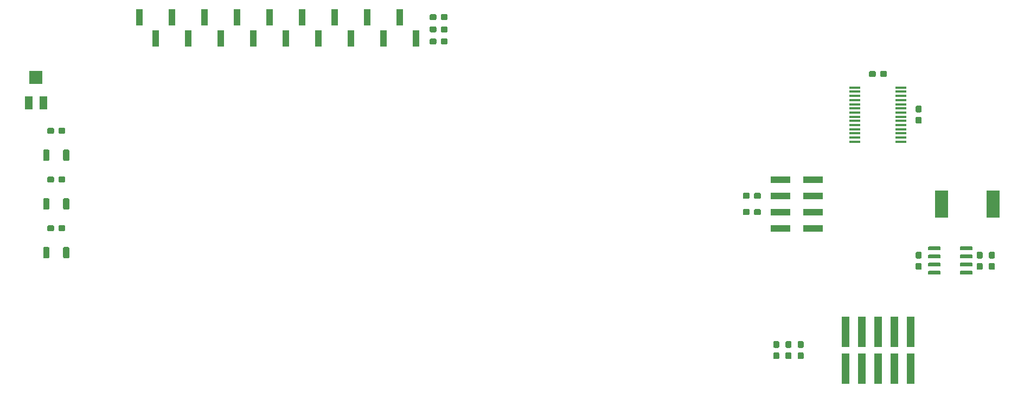
<source format=gbr>
G04 #@! TF.GenerationSoftware,KiCad,Pcbnew,(5.1.4)-1*
G04 #@! TF.CreationDate,2020-03-27T13:26:32-04:00*
G04 #@! TF.ProjectId,stepUP_lcd,73746570-5550-45f6-9c63-642e6b696361,rev?*
G04 #@! TF.SameCoordinates,Original*
G04 #@! TF.FileFunction,Paste,Bot*
G04 #@! TF.FilePolarity,Positive*
%FSLAX46Y46*%
G04 Gerber Fmt 4.6, Leading zero omitted, Abs format (unit mm)*
G04 Created by KiCad (PCBNEW (5.1.4)-1) date 2020-03-27 13:26:32*
%MOMM*%
%LPD*%
G04 APERTURE LIST*
%ADD10C,0.100000*%
%ADD11C,0.950000*%
%ADD12C,0.600000*%
%ADD13R,1.300000X2.000000*%
%ADD14R,2.000000X2.000000*%
%ADD15R,1.200000X4.750000*%
%ADD16R,2.000000X4.200000*%
%ADD17R,1.750000X0.450000*%
%ADD18R,1.000000X2.510000*%
%ADD19R,3.150000X1.000000*%
G04 APERTURE END LIST*
D10*
G36*
X181500779Y-73256144D02*
G01*
X181523834Y-73259563D01*
X181546443Y-73265227D01*
X181568387Y-73273079D01*
X181589457Y-73283044D01*
X181609448Y-73295026D01*
X181628168Y-73308910D01*
X181645438Y-73324562D01*
X181661090Y-73341832D01*
X181674974Y-73360552D01*
X181686956Y-73380543D01*
X181696921Y-73401613D01*
X181704773Y-73423557D01*
X181710437Y-73446166D01*
X181713856Y-73469221D01*
X181715000Y-73492500D01*
X181715000Y-73967500D01*
X181713856Y-73990779D01*
X181710437Y-74013834D01*
X181704773Y-74036443D01*
X181696921Y-74058387D01*
X181686956Y-74079457D01*
X181674974Y-74099448D01*
X181661090Y-74118168D01*
X181645438Y-74135438D01*
X181628168Y-74151090D01*
X181609448Y-74164974D01*
X181589457Y-74176956D01*
X181568387Y-74186921D01*
X181546443Y-74194773D01*
X181523834Y-74200437D01*
X181500779Y-74203856D01*
X181477500Y-74205000D01*
X180902500Y-74205000D01*
X180879221Y-74203856D01*
X180856166Y-74200437D01*
X180833557Y-74194773D01*
X180811613Y-74186921D01*
X180790543Y-74176956D01*
X180770552Y-74164974D01*
X180751832Y-74151090D01*
X180734562Y-74135438D01*
X180718910Y-74118168D01*
X180705026Y-74099448D01*
X180693044Y-74079457D01*
X180683079Y-74058387D01*
X180675227Y-74036443D01*
X180669563Y-74013834D01*
X180666144Y-73990779D01*
X180665000Y-73967500D01*
X180665000Y-73492500D01*
X180666144Y-73469221D01*
X180669563Y-73446166D01*
X180675227Y-73423557D01*
X180683079Y-73401613D01*
X180693044Y-73380543D01*
X180705026Y-73360552D01*
X180718910Y-73341832D01*
X180734562Y-73324562D01*
X180751832Y-73308910D01*
X180770552Y-73295026D01*
X180790543Y-73283044D01*
X180811613Y-73273079D01*
X180833557Y-73265227D01*
X180856166Y-73259563D01*
X180879221Y-73256144D01*
X180902500Y-73255000D01*
X181477500Y-73255000D01*
X181500779Y-73256144D01*
X181500779Y-73256144D01*
G37*
D11*
X181190000Y-73730000D03*
D10*
G36*
X179750779Y-73256144D02*
G01*
X179773834Y-73259563D01*
X179796443Y-73265227D01*
X179818387Y-73273079D01*
X179839457Y-73283044D01*
X179859448Y-73295026D01*
X179878168Y-73308910D01*
X179895438Y-73324562D01*
X179911090Y-73341832D01*
X179924974Y-73360552D01*
X179936956Y-73380543D01*
X179946921Y-73401613D01*
X179954773Y-73423557D01*
X179960437Y-73446166D01*
X179963856Y-73469221D01*
X179965000Y-73492500D01*
X179965000Y-73967500D01*
X179963856Y-73990779D01*
X179960437Y-74013834D01*
X179954773Y-74036443D01*
X179946921Y-74058387D01*
X179936956Y-74079457D01*
X179924974Y-74099448D01*
X179911090Y-74118168D01*
X179895438Y-74135438D01*
X179878168Y-74151090D01*
X179859448Y-74164974D01*
X179839457Y-74176956D01*
X179818387Y-74186921D01*
X179796443Y-74194773D01*
X179773834Y-74200437D01*
X179750779Y-74203856D01*
X179727500Y-74205000D01*
X179152500Y-74205000D01*
X179129221Y-74203856D01*
X179106166Y-74200437D01*
X179083557Y-74194773D01*
X179061613Y-74186921D01*
X179040543Y-74176956D01*
X179020552Y-74164974D01*
X179001832Y-74151090D01*
X178984562Y-74135438D01*
X178968910Y-74118168D01*
X178955026Y-74099448D01*
X178943044Y-74079457D01*
X178933079Y-74058387D01*
X178925227Y-74036443D01*
X178919563Y-74013834D01*
X178916144Y-73990779D01*
X178915000Y-73967500D01*
X178915000Y-73492500D01*
X178916144Y-73469221D01*
X178919563Y-73446166D01*
X178925227Y-73423557D01*
X178933079Y-73401613D01*
X178943044Y-73380543D01*
X178955026Y-73360552D01*
X178968910Y-73341832D01*
X178984562Y-73324562D01*
X179001832Y-73308910D01*
X179020552Y-73295026D01*
X179040543Y-73283044D01*
X179061613Y-73273079D01*
X179083557Y-73265227D01*
X179106166Y-73259563D01*
X179129221Y-73256144D01*
X179152500Y-73255000D01*
X179727500Y-73255000D01*
X179750779Y-73256144D01*
X179750779Y-73256144D01*
G37*
D11*
X179440000Y-73730000D03*
D10*
G36*
X181500779Y-75796144D02*
G01*
X181523834Y-75799563D01*
X181546443Y-75805227D01*
X181568387Y-75813079D01*
X181589457Y-75823044D01*
X181609448Y-75835026D01*
X181628168Y-75848910D01*
X181645438Y-75864562D01*
X181661090Y-75881832D01*
X181674974Y-75900552D01*
X181686956Y-75920543D01*
X181696921Y-75941613D01*
X181704773Y-75963557D01*
X181710437Y-75986166D01*
X181713856Y-76009221D01*
X181715000Y-76032500D01*
X181715000Y-76507500D01*
X181713856Y-76530779D01*
X181710437Y-76553834D01*
X181704773Y-76576443D01*
X181696921Y-76598387D01*
X181686956Y-76619457D01*
X181674974Y-76639448D01*
X181661090Y-76658168D01*
X181645438Y-76675438D01*
X181628168Y-76691090D01*
X181609448Y-76704974D01*
X181589457Y-76716956D01*
X181568387Y-76726921D01*
X181546443Y-76734773D01*
X181523834Y-76740437D01*
X181500779Y-76743856D01*
X181477500Y-76745000D01*
X180902500Y-76745000D01*
X180879221Y-76743856D01*
X180856166Y-76740437D01*
X180833557Y-76734773D01*
X180811613Y-76726921D01*
X180790543Y-76716956D01*
X180770552Y-76704974D01*
X180751832Y-76691090D01*
X180734562Y-76675438D01*
X180718910Y-76658168D01*
X180705026Y-76639448D01*
X180693044Y-76619457D01*
X180683079Y-76598387D01*
X180675227Y-76576443D01*
X180669563Y-76553834D01*
X180666144Y-76530779D01*
X180665000Y-76507500D01*
X180665000Y-76032500D01*
X180666144Y-76009221D01*
X180669563Y-75986166D01*
X180675227Y-75963557D01*
X180683079Y-75941613D01*
X180693044Y-75920543D01*
X180705026Y-75900552D01*
X180718910Y-75881832D01*
X180734562Y-75864562D01*
X180751832Y-75848910D01*
X180770552Y-75835026D01*
X180790543Y-75823044D01*
X180811613Y-75813079D01*
X180833557Y-75805227D01*
X180856166Y-75799563D01*
X180879221Y-75796144D01*
X180902500Y-75795000D01*
X181477500Y-75795000D01*
X181500779Y-75796144D01*
X181500779Y-75796144D01*
G37*
D11*
X181190000Y-76270000D03*
D10*
G36*
X179750779Y-75796144D02*
G01*
X179773834Y-75799563D01*
X179796443Y-75805227D01*
X179818387Y-75813079D01*
X179839457Y-75823044D01*
X179859448Y-75835026D01*
X179878168Y-75848910D01*
X179895438Y-75864562D01*
X179911090Y-75881832D01*
X179924974Y-75900552D01*
X179936956Y-75920543D01*
X179946921Y-75941613D01*
X179954773Y-75963557D01*
X179960437Y-75986166D01*
X179963856Y-76009221D01*
X179965000Y-76032500D01*
X179965000Y-76507500D01*
X179963856Y-76530779D01*
X179960437Y-76553834D01*
X179954773Y-76576443D01*
X179946921Y-76598387D01*
X179936956Y-76619457D01*
X179924974Y-76639448D01*
X179911090Y-76658168D01*
X179895438Y-76675438D01*
X179878168Y-76691090D01*
X179859448Y-76704974D01*
X179839457Y-76716956D01*
X179818387Y-76726921D01*
X179796443Y-76734773D01*
X179773834Y-76740437D01*
X179750779Y-76743856D01*
X179727500Y-76745000D01*
X179152500Y-76745000D01*
X179129221Y-76743856D01*
X179106166Y-76740437D01*
X179083557Y-76734773D01*
X179061613Y-76726921D01*
X179040543Y-76716956D01*
X179020552Y-76704974D01*
X179001832Y-76691090D01*
X178984562Y-76675438D01*
X178968910Y-76658168D01*
X178955026Y-76639448D01*
X178943044Y-76619457D01*
X178933079Y-76598387D01*
X178925227Y-76576443D01*
X178919563Y-76553834D01*
X178916144Y-76530779D01*
X178915000Y-76507500D01*
X178915000Y-76032500D01*
X178916144Y-76009221D01*
X178919563Y-75986166D01*
X178925227Y-75963557D01*
X178933079Y-75941613D01*
X178943044Y-75920543D01*
X178955026Y-75900552D01*
X178968910Y-75881832D01*
X178984562Y-75864562D01*
X179001832Y-75848910D01*
X179020552Y-75835026D01*
X179040543Y-75823044D01*
X179061613Y-75813079D01*
X179083557Y-75805227D01*
X179106166Y-75799563D01*
X179129221Y-75796144D01*
X179152500Y-75795000D01*
X179727500Y-75795000D01*
X179750779Y-75796144D01*
X179750779Y-75796144D01*
G37*
D11*
X179440000Y-76270000D03*
D10*
G36*
X209657703Y-85471722D02*
G01*
X209672264Y-85473882D01*
X209686543Y-85477459D01*
X209700403Y-85482418D01*
X209713710Y-85488712D01*
X209726336Y-85496280D01*
X209738159Y-85505048D01*
X209749066Y-85514934D01*
X209758952Y-85525841D01*
X209767720Y-85537664D01*
X209775288Y-85550290D01*
X209781582Y-85563597D01*
X209786541Y-85577457D01*
X209790118Y-85591736D01*
X209792278Y-85606297D01*
X209793000Y-85621000D01*
X209793000Y-85921000D01*
X209792278Y-85935703D01*
X209790118Y-85950264D01*
X209786541Y-85964543D01*
X209781582Y-85978403D01*
X209775288Y-85991710D01*
X209767720Y-86004336D01*
X209758952Y-86016159D01*
X209749066Y-86027066D01*
X209738159Y-86036952D01*
X209726336Y-86045720D01*
X209713710Y-86053288D01*
X209700403Y-86059582D01*
X209686543Y-86064541D01*
X209672264Y-86068118D01*
X209657703Y-86070278D01*
X209643000Y-86071000D01*
X207993000Y-86071000D01*
X207978297Y-86070278D01*
X207963736Y-86068118D01*
X207949457Y-86064541D01*
X207935597Y-86059582D01*
X207922290Y-86053288D01*
X207909664Y-86045720D01*
X207897841Y-86036952D01*
X207886934Y-86027066D01*
X207877048Y-86016159D01*
X207868280Y-86004336D01*
X207860712Y-85991710D01*
X207854418Y-85978403D01*
X207849459Y-85964543D01*
X207845882Y-85950264D01*
X207843722Y-85935703D01*
X207843000Y-85921000D01*
X207843000Y-85621000D01*
X207843722Y-85606297D01*
X207845882Y-85591736D01*
X207849459Y-85577457D01*
X207854418Y-85563597D01*
X207860712Y-85550290D01*
X207868280Y-85537664D01*
X207877048Y-85525841D01*
X207886934Y-85514934D01*
X207897841Y-85505048D01*
X207909664Y-85496280D01*
X207922290Y-85488712D01*
X207935597Y-85482418D01*
X207949457Y-85477459D01*
X207963736Y-85473882D01*
X207978297Y-85471722D01*
X207993000Y-85471000D01*
X209643000Y-85471000D01*
X209657703Y-85471722D01*
X209657703Y-85471722D01*
G37*
D12*
X208818000Y-85771000D03*
D10*
G36*
X209657703Y-84201722D02*
G01*
X209672264Y-84203882D01*
X209686543Y-84207459D01*
X209700403Y-84212418D01*
X209713710Y-84218712D01*
X209726336Y-84226280D01*
X209738159Y-84235048D01*
X209749066Y-84244934D01*
X209758952Y-84255841D01*
X209767720Y-84267664D01*
X209775288Y-84280290D01*
X209781582Y-84293597D01*
X209786541Y-84307457D01*
X209790118Y-84321736D01*
X209792278Y-84336297D01*
X209793000Y-84351000D01*
X209793000Y-84651000D01*
X209792278Y-84665703D01*
X209790118Y-84680264D01*
X209786541Y-84694543D01*
X209781582Y-84708403D01*
X209775288Y-84721710D01*
X209767720Y-84734336D01*
X209758952Y-84746159D01*
X209749066Y-84757066D01*
X209738159Y-84766952D01*
X209726336Y-84775720D01*
X209713710Y-84783288D01*
X209700403Y-84789582D01*
X209686543Y-84794541D01*
X209672264Y-84798118D01*
X209657703Y-84800278D01*
X209643000Y-84801000D01*
X207993000Y-84801000D01*
X207978297Y-84800278D01*
X207963736Y-84798118D01*
X207949457Y-84794541D01*
X207935597Y-84789582D01*
X207922290Y-84783288D01*
X207909664Y-84775720D01*
X207897841Y-84766952D01*
X207886934Y-84757066D01*
X207877048Y-84746159D01*
X207868280Y-84734336D01*
X207860712Y-84721710D01*
X207854418Y-84708403D01*
X207849459Y-84694543D01*
X207845882Y-84680264D01*
X207843722Y-84665703D01*
X207843000Y-84651000D01*
X207843000Y-84351000D01*
X207843722Y-84336297D01*
X207845882Y-84321736D01*
X207849459Y-84307457D01*
X207854418Y-84293597D01*
X207860712Y-84280290D01*
X207868280Y-84267664D01*
X207877048Y-84255841D01*
X207886934Y-84244934D01*
X207897841Y-84235048D01*
X207909664Y-84226280D01*
X207922290Y-84218712D01*
X207935597Y-84212418D01*
X207949457Y-84207459D01*
X207963736Y-84203882D01*
X207978297Y-84201722D01*
X207993000Y-84201000D01*
X209643000Y-84201000D01*
X209657703Y-84201722D01*
X209657703Y-84201722D01*
G37*
D12*
X208818000Y-84501000D03*
D10*
G36*
X209657703Y-82931722D02*
G01*
X209672264Y-82933882D01*
X209686543Y-82937459D01*
X209700403Y-82942418D01*
X209713710Y-82948712D01*
X209726336Y-82956280D01*
X209738159Y-82965048D01*
X209749066Y-82974934D01*
X209758952Y-82985841D01*
X209767720Y-82997664D01*
X209775288Y-83010290D01*
X209781582Y-83023597D01*
X209786541Y-83037457D01*
X209790118Y-83051736D01*
X209792278Y-83066297D01*
X209793000Y-83081000D01*
X209793000Y-83381000D01*
X209792278Y-83395703D01*
X209790118Y-83410264D01*
X209786541Y-83424543D01*
X209781582Y-83438403D01*
X209775288Y-83451710D01*
X209767720Y-83464336D01*
X209758952Y-83476159D01*
X209749066Y-83487066D01*
X209738159Y-83496952D01*
X209726336Y-83505720D01*
X209713710Y-83513288D01*
X209700403Y-83519582D01*
X209686543Y-83524541D01*
X209672264Y-83528118D01*
X209657703Y-83530278D01*
X209643000Y-83531000D01*
X207993000Y-83531000D01*
X207978297Y-83530278D01*
X207963736Y-83528118D01*
X207949457Y-83524541D01*
X207935597Y-83519582D01*
X207922290Y-83513288D01*
X207909664Y-83505720D01*
X207897841Y-83496952D01*
X207886934Y-83487066D01*
X207877048Y-83476159D01*
X207868280Y-83464336D01*
X207860712Y-83451710D01*
X207854418Y-83438403D01*
X207849459Y-83424543D01*
X207845882Y-83410264D01*
X207843722Y-83395703D01*
X207843000Y-83381000D01*
X207843000Y-83081000D01*
X207843722Y-83066297D01*
X207845882Y-83051736D01*
X207849459Y-83037457D01*
X207854418Y-83023597D01*
X207860712Y-83010290D01*
X207868280Y-82997664D01*
X207877048Y-82985841D01*
X207886934Y-82974934D01*
X207897841Y-82965048D01*
X207909664Y-82956280D01*
X207922290Y-82948712D01*
X207935597Y-82942418D01*
X207949457Y-82937459D01*
X207963736Y-82933882D01*
X207978297Y-82931722D01*
X207993000Y-82931000D01*
X209643000Y-82931000D01*
X209657703Y-82931722D01*
X209657703Y-82931722D01*
G37*
D12*
X208818000Y-83231000D03*
D10*
G36*
X209657703Y-81661722D02*
G01*
X209672264Y-81663882D01*
X209686543Y-81667459D01*
X209700403Y-81672418D01*
X209713710Y-81678712D01*
X209726336Y-81686280D01*
X209738159Y-81695048D01*
X209749066Y-81704934D01*
X209758952Y-81715841D01*
X209767720Y-81727664D01*
X209775288Y-81740290D01*
X209781582Y-81753597D01*
X209786541Y-81767457D01*
X209790118Y-81781736D01*
X209792278Y-81796297D01*
X209793000Y-81811000D01*
X209793000Y-82111000D01*
X209792278Y-82125703D01*
X209790118Y-82140264D01*
X209786541Y-82154543D01*
X209781582Y-82168403D01*
X209775288Y-82181710D01*
X209767720Y-82194336D01*
X209758952Y-82206159D01*
X209749066Y-82217066D01*
X209738159Y-82226952D01*
X209726336Y-82235720D01*
X209713710Y-82243288D01*
X209700403Y-82249582D01*
X209686543Y-82254541D01*
X209672264Y-82258118D01*
X209657703Y-82260278D01*
X209643000Y-82261000D01*
X207993000Y-82261000D01*
X207978297Y-82260278D01*
X207963736Y-82258118D01*
X207949457Y-82254541D01*
X207935597Y-82249582D01*
X207922290Y-82243288D01*
X207909664Y-82235720D01*
X207897841Y-82226952D01*
X207886934Y-82217066D01*
X207877048Y-82206159D01*
X207868280Y-82194336D01*
X207860712Y-82181710D01*
X207854418Y-82168403D01*
X207849459Y-82154543D01*
X207845882Y-82140264D01*
X207843722Y-82125703D01*
X207843000Y-82111000D01*
X207843000Y-81811000D01*
X207843722Y-81796297D01*
X207845882Y-81781736D01*
X207849459Y-81767457D01*
X207854418Y-81753597D01*
X207860712Y-81740290D01*
X207868280Y-81727664D01*
X207877048Y-81715841D01*
X207886934Y-81704934D01*
X207897841Y-81695048D01*
X207909664Y-81686280D01*
X207922290Y-81678712D01*
X207935597Y-81672418D01*
X207949457Y-81667459D01*
X207963736Y-81663882D01*
X207978297Y-81661722D01*
X207993000Y-81661000D01*
X209643000Y-81661000D01*
X209657703Y-81661722D01*
X209657703Y-81661722D01*
G37*
D12*
X208818000Y-81961000D03*
D10*
G36*
X214607703Y-81661722D02*
G01*
X214622264Y-81663882D01*
X214636543Y-81667459D01*
X214650403Y-81672418D01*
X214663710Y-81678712D01*
X214676336Y-81686280D01*
X214688159Y-81695048D01*
X214699066Y-81704934D01*
X214708952Y-81715841D01*
X214717720Y-81727664D01*
X214725288Y-81740290D01*
X214731582Y-81753597D01*
X214736541Y-81767457D01*
X214740118Y-81781736D01*
X214742278Y-81796297D01*
X214743000Y-81811000D01*
X214743000Y-82111000D01*
X214742278Y-82125703D01*
X214740118Y-82140264D01*
X214736541Y-82154543D01*
X214731582Y-82168403D01*
X214725288Y-82181710D01*
X214717720Y-82194336D01*
X214708952Y-82206159D01*
X214699066Y-82217066D01*
X214688159Y-82226952D01*
X214676336Y-82235720D01*
X214663710Y-82243288D01*
X214650403Y-82249582D01*
X214636543Y-82254541D01*
X214622264Y-82258118D01*
X214607703Y-82260278D01*
X214593000Y-82261000D01*
X212943000Y-82261000D01*
X212928297Y-82260278D01*
X212913736Y-82258118D01*
X212899457Y-82254541D01*
X212885597Y-82249582D01*
X212872290Y-82243288D01*
X212859664Y-82235720D01*
X212847841Y-82226952D01*
X212836934Y-82217066D01*
X212827048Y-82206159D01*
X212818280Y-82194336D01*
X212810712Y-82181710D01*
X212804418Y-82168403D01*
X212799459Y-82154543D01*
X212795882Y-82140264D01*
X212793722Y-82125703D01*
X212793000Y-82111000D01*
X212793000Y-81811000D01*
X212793722Y-81796297D01*
X212795882Y-81781736D01*
X212799459Y-81767457D01*
X212804418Y-81753597D01*
X212810712Y-81740290D01*
X212818280Y-81727664D01*
X212827048Y-81715841D01*
X212836934Y-81704934D01*
X212847841Y-81695048D01*
X212859664Y-81686280D01*
X212872290Y-81678712D01*
X212885597Y-81672418D01*
X212899457Y-81667459D01*
X212913736Y-81663882D01*
X212928297Y-81661722D01*
X212943000Y-81661000D01*
X214593000Y-81661000D01*
X214607703Y-81661722D01*
X214607703Y-81661722D01*
G37*
D12*
X213768000Y-81961000D03*
D10*
G36*
X214607703Y-82931722D02*
G01*
X214622264Y-82933882D01*
X214636543Y-82937459D01*
X214650403Y-82942418D01*
X214663710Y-82948712D01*
X214676336Y-82956280D01*
X214688159Y-82965048D01*
X214699066Y-82974934D01*
X214708952Y-82985841D01*
X214717720Y-82997664D01*
X214725288Y-83010290D01*
X214731582Y-83023597D01*
X214736541Y-83037457D01*
X214740118Y-83051736D01*
X214742278Y-83066297D01*
X214743000Y-83081000D01*
X214743000Y-83381000D01*
X214742278Y-83395703D01*
X214740118Y-83410264D01*
X214736541Y-83424543D01*
X214731582Y-83438403D01*
X214725288Y-83451710D01*
X214717720Y-83464336D01*
X214708952Y-83476159D01*
X214699066Y-83487066D01*
X214688159Y-83496952D01*
X214676336Y-83505720D01*
X214663710Y-83513288D01*
X214650403Y-83519582D01*
X214636543Y-83524541D01*
X214622264Y-83528118D01*
X214607703Y-83530278D01*
X214593000Y-83531000D01*
X212943000Y-83531000D01*
X212928297Y-83530278D01*
X212913736Y-83528118D01*
X212899457Y-83524541D01*
X212885597Y-83519582D01*
X212872290Y-83513288D01*
X212859664Y-83505720D01*
X212847841Y-83496952D01*
X212836934Y-83487066D01*
X212827048Y-83476159D01*
X212818280Y-83464336D01*
X212810712Y-83451710D01*
X212804418Y-83438403D01*
X212799459Y-83424543D01*
X212795882Y-83410264D01*
X212793722Y-83395703D01*
X212793000Y-83381000D01*
X212793000Y-83081000D01*
X212793722Y-83066297D01*
X212795882Y-83051736D01*
X212799459Y-83037457D01*
X212804418Y-83023597D01*
X212810712Y-83010290D01*
X212818280Y-82997664D01*
X212827048Y-82985841D01*
X212836934Y-82974934D01*
X212847841Y-82965048D01*
X212859664Y-82956280D01*
X212872290Y-82948712D01*
X212885597Y-82942418D01*
X212899457Y-82937459D01*
X212913736Y-82933882D01*
X212928297Y-82931722D01*
X212943000Y-82931000D01*
X214593000Y-82931000D01*
X214607703Y-82931722D01*
X214607703Y-82931722D01*
G37*
D12*
X213768000Y-83231000D03*
D10*
G36*
X214607703Y-84201722D02*
G01*
X214622264Y-84203882D01*
X214636543Y-84207459D01*
X214650403Y-84212418D01*
X214663710Y-84218712D01*
X214676336Y-84226280D01*
X214688159Y-84235048D01*
X214699066Y-84244934D01*
X214708952Y-84255841D01*
X214717720Y-84267664D01*
X214725288Y-84280290D01*
X214731582Y-84293597D01*
X214736541Y-84307457D01*
X214740118Y-84321736D01*
X214742278Y-84336297D01*
X214743000Y-84351000D01*
X214743000Y-84651000D01*
X214742278Y-84665703D01*
X214740118Y-84680264D01*
X214736541Y-84694543D01*
X214731582Y-84708403D01*
X214725288Y-84721710D01*
X214717720Y-84734336D01*
X214708952Y-84746159D01*
X214699066Y-84757066D01*
X214688159Y-84766952D01*
X214676336Y-84775720D01*
X214663710Y-84783288D01*
X214650403Y-84789582D01*
X214636543Y-84794541D01*
X214622264Y-84798118D01*
X214607703Y-84800278D01*
X214593000Y-84801000D01*
X212943000Y-84801000D01*
X212928297Y-84800278D01*
X212913736Y-84798118D01*
X212899457Y-84794541D01*
X212885597Y-84789582D01*
X212872290Y-84783288D01*
X212859664Y-84775720D01*
X212847841Y-84766952D01*
X212836934Y-84757066D01*
X212827048Y-84746159D01*
X212818280Y-84734336D01*
X212810712Y-84721710D01*
X212804418Y-84708403D01*
X212799459Y-84694543D01*
X212795882Y-84680264D01*
X212793722Y-84665703D01*
X212793000Y-84651000D01*
X212793000Y-84351000D01*
X212793722Y-84336297D01*
X212795882Y-84321736D01*
X212799459Y-84307457D01*
X212804418Y-84293597D01*
X212810712Y-84280290D01*
X212818280Y-84267664D01*
X212827048Y-84255841D01*
X212836934Y-84244934D01*
X212847841Y-84235048D01*
X212859664Y-84226280D01*
X212872290Y-84218712D01*
X212885597Y-84212418D01*
X212899457Y-84207459D01*
X212913736Y-84203882D01*
X212928297Y-84201722D01*
X212943000Y-84201000D01*
X214593000Y-84201000D01*
X214607703Y-84201722D01*
X214607703Y-84201722D01*
G37*
D12*
X213768000Y-84501000D03*
D10*
G36*
X214607703Y-85471722D02*
G01*
X214622264Y-85473882D01*
X214636543Y-85477459D01*
X214650403Y-85482418D01*
X214663710Y-85488712D01*
X214676336Y-85496280D01*
X214688159Y-85505048D01*
X214699066Y-85514934D01*
X214708952Y-85525841D01*
X214717720Y-85537664D01*
X214725288Y-85550290D01*
X214731582Y-85563597D01*
X214736541Y-85577457D01*
X214740118Y-85591736D01*
X214742278Y-85606297D01*
X214743000Y-85621000D01*
X214743000Y-85921000D01*
X214742278Y-85935703D01*
X214740118Y-85950264D01*
X214736541Y-85964543D01*
X214731582Y-85978403D01*
X214725288Y-85991710D01*
X214717720Y-86004336D01*
X214708952Y-86016159D01*
X214699066Y-86027066D01*
X214688159Y-86036952D01*
X214676336Y-86045720D01*
X214663710Y-86053288D01*
X214650403Y-86059582D01*
X214636543Y-86064541D01*
X214622264Y-86068118D01*
X214607703Y-86070278D01*
X214593000Y-86071000D01*
X212943000Y-86071000D01*
X212928297Y-86070278D01*
X212913736Y-86068118D01*
X212899457Y-86064541D01*
X212885597Y-86059582D01*
X212872290Y-86053288D01*
X212859664Y-86045720D01*
X212847841Y-86036952D01*
X212836934Y-86027066D01*
X212827048Y-86016159D01*
X212818280Y-86004336D01*
X212810712Y-85991710D01*
X212804418Y-85978403D01*
X212799459Y-85964543D01*
X212795882Y-85950264D01*
X212793722Y-85935703D01*
X212793000Y-85921000D01*
X212793000Y-85621000D01*
X212793722Y-85606297D01*
X212795882Y-85591736D01*
X212799459Y-85577457D01*
X212804418Y-85563597D01*
X212810712Y-85550290D01*
X212818280Y-85537664D01*
X212827048Y-85525841D01*
X212836934Y-85514934D01*
X212847841Y-85505048D01*
X212859664Y-85496280D01*
X212872290Y-85488712D01*
X212885597Y-85482418D01*
X212899457Y-85477459D01*
X212913736Y-85473882D01*
X212928297Y-85471722D01*
X212943000Y-85471000D01*
X214593000Y-85471000D01*
X214607703Y-85471722D01*
X214607703Y-85471722D01*
G37*
D12*
X213768000Y-85771000D03*
D13*
X69705000Y-59220000D03*
D14*
X68555000Y-55220000D03*
D13*
X67405000Y-59220000D03*
D15*
X194920000Y-94985000D03*
X194920000Y-100735000D03*
X197460000Y-94985000D03*
X197460000Y-100735000D03*
X200000000Y-94985000D03*
X200000000Y-100735000D03*
X202540000Y-94985000D03*
X202540000Y-100735000D03*
X205080000Y-94985000D03*
X205080000Y-100735000D03*
D16*
X217970000Y-75000000D03*
X209970000Y-75000000D03*
D10*
G36*
X70483623Y-81745915D02*
G01*
X70502067Y-81748651D01*
X70520154Y-81753181D01*
X70537710Y-81759463D01*
X70554565Y-81767435D01*
X70570558Y-81777021D01*
X70585535Y-81788128D01*
X70599350Y-81800650D01*
X70611872Y-81814465D01*
X70622979Y-81829442D01*
X70632565Y-81845435D01*
X70640537Y-81862290D01*
X70646819Y-81879846D01*
X70651349Y-81897933D01*
X70654085Y-81916377D01*
X70655000Y-81935000D01*
X70655000Y-83305000D01*
X70654085Y-83323623D01*
X70651349Y-83342067D01*
X70646819Y-83360154D01*
X70640537Y-83377710D01*
X70632565Y-83394565D01*
X70622979Y-83410558D01*
X70611872Y-83425535D01*
X70599350Y-83439350D01*
X70585535Y-83451872D01*
X70570558Y-83462979D01*
X70554565Y-83472565D01*
X70537710Y-83480537D01*
X70520154Y-83486819D01*
X70502067Y-83491349D01*
X70483623Y-83494085D01*
X70465000Y-83495000D01*
X69895000Y-83495000D01*
X69876377Y-83494085D01*
X69857933Y-83491349D01*
X69839846Y-83486819D01*
X69822290Y-83480537D01*
X69805435Y-83472565D01*
X69789442Y-83462979D01*
X69774465Y-83451872D01*
X69760650Y-83439350D01*
X69748128Y-83425535D01*
X69737021Y-83410558D01*
X69727435Y-83394565D01*
X69719463Y-83377710D01*
X69713181Y-83360154D01*
X69708651Y-83342067D01*
X69705915Y-83323623D01*
X69705000Y-83305000D01*
X69705000Y-81935000D01*
X69705915Y-81916377D01*
X69708651Y-81897933D01*
X69713181Y-81879846D01*
X69719463Y-81862290D01*
X69727435Y-81845435D01*
X69737021Y-81829442D01*
X69748128Y-81814465D01*
X69760650Y-81800650D01*
X69774465Y-81788128D01*
X69789442Y-81777021D01*
X69805435Y-81767435D01*
X69822290Y-81759463D01*
X69839846Y-81753181D01*
X69857933Y-81748651D01*
X69876377Y-81745915D01*
X69895000Y-81745000D01*
X70465000Y-81745000D01*
X70483623Y-81745915D01*
X70483623Y-81745915D01*
G37*
D11*
X70180000Y-82620000D03*
D10*
G36*
X73583623Y-81745915D02*
G01*
X73602067Y-81748651D01*
X73620154Y-81753181D01*
X73637710Y-81759463D01*
X73654565Y-81767435D01*
X73670558Y-81777021D01*
X73685535Y-81788128D01*
X73699350Y-81800650D01*
X73711872Y-81814465D01*
X73722979Y-81829442D01*
X73732565Y-81845435D01*
X73740537Y-81862290D01*
X73746819Y-81879846D01*
X73751349Y-81897933D01*
X73754085Y-81916377D01*
X73755000Y-81935000D01*
X73755000Y-83305000D01*
X73754085Y-83323623D01*
X73751349Y-83342067D01*
X73746819Y-83360154D01*
X73740537Y-83377710D01*
X73732565Y-83394565D01*
X73722979Y-83410558D01*
X73711872Y-83425535D01*
X73699350Y-83439350D01*
X73685535Y-83451872D01*
X73670558Y-83462979D01*
X73654565Y-83472565D01*
X73637710Y-83480537D01*
X73620154Y-83486819D01*
X73602067Y-83491349D01*
X73583623Y-83494085D01*
X73565000Y-83495000D01*
X72995000Y-83495000D01*
X72976377Y-83494085D01*
X72957933Y-83491349D01*
X72939846Y-83486819D01*
X72922290Y-83480537D01*
X72905435Y-83472565D01*
X72889442Y-83462979D01*
X72874465Y-83451872D01*
X72860650Y-83439350D01*
X72848128Y-83425535D01*
X72837021Y-83410558D01*
X72827435Y-83394565D01*
X72819463Y-83377710D01*
X72813181Y-83360154D01*
X72808651Y-83342067D01*
X72805915Y-83323623D01*
X72805000Y-83305000D01*
X72805000Y-81935000D01*
X72805915Y-81916377D01*
X72808651Y-81897933D01*
X72813181Y-81879846D01*
X72819463Y-81862290D01*
X72827435Y-81845435D01*
X72837021Y-81829442D01*
X72848128Y-81814465D01*
X72860650Y-81800650D01*
X72874465Y-81788128D01*
X72889442Y-81777021D01*
X72905435Y-81767435D01*
X72922290Y-81759463D01*
X72939846Y-81753181D01*
X72957933Y-81748651D01*
X72976377Y-81745915D01*
X72995000Y-81745000D01*
X73565000Y-81745000D01*
X73583623Y-81745915D01*
X73583623Y-81745915D01*
G37*
D11*
X73280000Y-82620000D03*
D10*
G36*
X70483623Y-66505915D02*
G01*
X70502067Y-66508651D01*
X70520154Y-66513181D01*
X70537710Y-66519463D01*
X70554565Y-66527435D01*
X70570558Y-66537021D01*
X70585535Y-66548128D01*
X70599350Y-66560650D01*
X70611872Y-66574465D01*
X70622979Y-66589442D01*
X70632565Y-66605435D01*
X70640537Y-66622290D01*
X70646819Y-66639846D01*
X70651349Y-66657933D01*
X70654085Y-66676377D01*
X70655000Y-66695000D01*
X70655000Y-68065000D01*
X70654085Y-68083623D01*
X70651349Y-68102067D01*
X70646819Y-68120154D01*
X70640537Y-68137710D01*
X70632565Y-68154565D01*
X70622979Y-68170558D01*
X70611872Y-68185535D01*
X70599350Y-68199350D01*
X70585535Y-68211872D01*
X70570558Y-68222979D01*
X70554565Y-68232565D01*
X70537710Y-68240537D01*
X70520154Y-68246819D01*
X70502067Y-68251349D01*
X70483623Y-68254085D01*
X70465000Y-68255000D01*
X69895000Y-68255000D01*
X69876377Y-68254085D01*
X69857933Y-68251349D01*
X69839846Y-68246819D01*
X69822290Y-68240537D01*
X69805435Y-68232565D01*
X69789442Y-68222979D01*
X69774465Y-68211872D01*
X69760650Y-68199350D01*
X69748128Y-68185535D01*
X69737021Y-68170558D01*
X69727435Y-68154565D01*
X69719463Y-68137710D01*
X69713181Y-68120154D01*
X69708651Y-68102067D01*
X69705915Y-68083623D01*
X69705000Y-68065000D01*
X69705000Y-66695000D01*
X69705915Y-66676377D01*
X69708651Y-66657933D01*
X69713181Y-66639846D01*
X69719463Y-66622290D01*
X69727435Y-66605435D01*
X69737021Y-66589442D01*
X69748128Y-66574465D01*
X69760650Y-66560650D01*
X69774465Y-66548128D01*
X69789442Y-66537021D01*
X69805435Y-66527435D01*
X69822290Y-66519463D01*
X69839846Y-66513181D01*
X69857933Y-66508651D01*
X69876377Y-66505915D01*
X69895000Y-66505000D01*
X70465000Y-66505000D01*
X70483623Y-66505915D01*
X70483623Y-66505915D01*
G37*
D11*
X70180000Y-67380000D03*
D10*
G36*
X73583623Y-66505915D02*
G01*
X73602067Y-66508651D01*
X73620154Y-66513181D01*
X73637710Y-66519463D01*
X73654565Y-66527435D01*
X73670558Y-66537021D01*
X73685535Y-66548128D01*
X73699350Y-66560650D01*
X73711872Y-66574465D01*
X73722979Y-66589442D01*
X73732565Y-66605435D01*
X73740537Y-66622290D01*
X73746819Y-66639846D01*
X73751349Y-66657933D01*
X73754085Y-66676377D01*
X73755000Y-66695000D01*
X73755000Y-68065000D01*
X73754085Y-68083623D01*
X73751349Y-68102067D01*
X73746819Y-68120154D01*
X73740537Y-68137710D01*
X73732565Y-68154565D01*
X73722979Y-68170558D01*
X73711872Y-68185535D01*
X73699350Y-68199350D01*
X73685535Y-68211872D01*
X73670558Y-68222979D01*
X73654565Y-68232565D01*
X73637710Y-68240537D01*
X73620154Y-68246819D01*
X73602067Y-68251349D01*
X73583623Y-68254085D01*
X73565000Y-68255000D01*
X72995000Y-68255000D01*
X72976377Y-68254085D01*
X72957933Y-68251349D01*
X72939846Y-68246819D01*
X72922290Y-68240537D01*
X72905435Y-68232565D01*
X72889442Y-68222979D01*
X72874465Y-68211872D01*
X72860650Y-68199350D01*
X72848128Y-68185535D01*
X72837021Y-68170558D01*
X72827435Y-68154565D01*
X72819463Y-68137710D01*
X72813181Y-68120154D01*
X72808651Y-68102067D01*
X72805915Y-68083623D01*
X72805000Y-68065000D01*
X72805000Y-66695000D01*
X72805915Y-66676377D01*
X72808651Y-66657933D01*
X72813181Y-66639846D01*
X72819463Y-66622290D01*
X72827435Y-66605435D01*
X72837021Y-66589442D01*
X72848128Y-66574465D01*
X72860650Y-66560650D01*
X72874465Y-66548128D01*
X72889442Y-66537021D01*
X72905435Y-66527435D01*
X72922290Y-66519463D01*
X72939846Y-66513181D01*
X72957933Y-66508651D01*
X72976377Y-66505915D01*
X72995000Y-66505000D01*
X73565000Y-66505000D01*
X73583623Y-66505915D01*
X73583623Y-66505915D01*
G37*
D11*
X73280000Y-67380000D03*
D10*
G36*
X70483623Y-74125915D02*
G01*
X70502067Y-74128651D01*
X70520154Y-74133181D01*
X70537710Y-74139463D01*
X70554565Y-74147435D01*
X70570558Y-74157021D01*
X70585535Y-74168128D01*
X70599350Y-74180650D01*
X70611872Y-74194465D01*
X70622979Y-74209442D01*
X70632565Y-74225435D01*
X70640537Y-74242290D01*
X70646819Y-74259846D01*
X70651349Y-74277933D01*
X70654085Y-74296377D01*
X70655000Y-74315000D01*
X70655000Y-75685000D01*
X70654085Y-75703623D01*
X70651349Y-75722067D01*
X70646819Y-75740154D01*
X70640537Y-75757710D01*
X70632565Y-75774565D01*
X70622979Y-75790558D01*
X70611872Y-75805535D01*
X70599350Y-75819350D01*
X70585535Y-75831872D01*
X70570558Y-75842979D01*
X70554565Y-75852565D01*
X70537710Y-75860537D01*
X70520154Y-75866819D01*
X70502067Y-75871349D01*
X70483623Y-75874085D01*
X70465000Y-75875000D01*
X69895000Y-75875000D01*
X69876377Y-75874085D01*
X69857933Y-75871349D01*
X69839846Y-75866819D01*
X69822290Y-75860537D01*
X69805435Y-75852565D01*
X69789442Y-75842979D01*
X69774465Y-75831872D01*
X69760650Y-75819350D01*
X69748128Y-75805535D01*
X69737021Y-75790558D01*
X69727435Y-75774565D01*
X69719463Y-75757710D01*
X69713181Y-75740154D01*
X69708651Y-75722067D01*
X69705915Y-75703623D01*
X69705000Y-75685000D01*
X69705000Y-74315000D01*
X69705915Y-74296377D01*
X69708651Y-74277933D01*
X69713181Y-74259846D01*
X69719463Y-74242290D01*
X69727435Y-74225435D01*
X69737021Y-74209442D01*
X69748128Y-74194465D01*
X69760650Y-74180650D01*
X69774465Y-74168128D01*
X69789442Y-74157021D01*
X69805435Y-74147435D01*
X69822290Y-74139463D01*
X69839846Y-74133181D01*
X69857933Y-74128651D01*
X69876377Y-74125915D01*
X69895000Y-74125000D01*
X70465000Y-74125000D01*
X70483623Y-74125915D01*
X70483623Y-74125915D01*
G37*
D11*
X70180000Y-75000000D03*
D10*
G36*
X73583623Y-74125915D02*
G01*
X73602067Y-74128651D01*
X73620154Y-74133181D01*
X73637710Y-74139463D01*
X73654565Y-74147435D01*
X73670558Y-74157021D01*
X73685535Y-74168128D01*
X73699350Y-74180650D01*
X73711872Y-74194465D01*
X73722979Y-74209442D01*
X73732565Y-74225435D01*
X73740537Y-74242290D01*
X73746819Y-74259846D01*
X73751349Y-74277933D01*
X73754085Y-74296377D01*
X73755000Y-74315000D01*
X73755000Y-75685000D01*
X73754085Y-75703623D01*
X73751349Y-75722067D01*
X73746819Y-75740154D01*
X73740537Y-75757710D01*
X73732565Y-75774565D01*
X73722979Y-75790558D01*
X73711872Y-75805535D01*
X73699350Y-75819350D01*
X73685535Y-75831872D01*
X73670558Y-75842979D01*
X73654565Y-75852565D01*
X73637710Y-75860537D01*
X73620154Y-75866819D01*
X73602067Y-75871349D01*
X73583623Y-75874085D01*
X73565000Y-75875000D01*
X72995000Y-75875000D01*
X72976377Y-75874085D01*
X72957933Y-75871349D01*
X72939846Y-75866819D01*
X72922290Y-75860537D01*
X72905435Y-75852565D01*
X72889442Y-75842979D01*
X72874465Y-75831872D01*
X72860650Y-75819350D01*
X72848128Y-75805535D01*
X72837021Y-75790558D01*
X72827435Y-75774565D01*
X72819463Y-75757710D01*
X72813181Y-75740154D01*
X72808651Y-75722067D01*
X72805915Y-75703623D01*
X72805000Y-75685000D01*
X72805000Y-74315000D01*
X72805915Y-74296377D01*
X72808651Y-74277933D01*
X72813181Y-74259846D01*
X72819463Y-74242290D01*
X72827435Y-74225435D01*
X72837021Y-74209442D01*
X72848128Y-74194465D01*
X72860650Y-74180650D01*
X72874465Y-74168128D01*
X72889442Y-74157021D01*
X72905435Y-74147435D01*
X72922290Y-74139463D01*
X72939846Y-74133181D01*
X72957933Y-74128651D01*
X72976377Y-74125915D01*
X72995000Y-74125000D01*
X73565000Y-74125000D01*
X73583623Y-74125915D01*
X73583623Y-74125915D01*
G37*
D11*
X73280000Y-75000000D03*
D17*
X196400000Y-65255000D03*
X196400000Y-64605000D03*
X196400000Y-63955000D03*
X196400000Y-63305000D03*
X196400000Y-62655000D03*
X196400000Y-62005000D03*
X196400000Y-61355000D03*
X196400000Y-60705000D03*
X196400000Y-60055000D03*
X196400000Y-59405000D03*
X196400000Y-58755000D03*
X196400000Y-58105000D03*
X196400000Y-57455000D03*
X196400000Y-56805000D03*
X203600000Y-56805000D03*
X203600000Y-57455000D03*
X203600000Y-58105000D03*
X203600000Y-58755000D03*
X203600000Y-59405000D03*
X203600000Y-60055000D03*
X203600000Y-60705000D03*
X203600000Y-61355000D03*
X203600000Y-62005000D03*
X203600000Y-62655000D03*
X203600000Y-63305000D03*
X203600000Y-63955000D03*
X203600000Y-64605000D03*
X203600000Y-65255000D03*
D10*
G36*
X71165779Y-78336144D02*
G01*
X71188834Y-78339563D01*
X71211443Y-78345227D01*
X71233387Y-78353079D01*
X71254457Y-78363044D01*
X71274448Y-78375026D01*
X71293168Y-78388910D01*
X71310438Y-78404562D01*
X71326090Y-78421832D01*
X71339974Y-78440552D01*
X71351956Y-78460543D01*
X71361921Y-78481613D01*
X71369773Y-78503557D01*
X71375437Y-78526166D01*
X71378856Y-78549221D01*
X71380000Y-78572500D01*
X71380000Y-79047500D01*
X71378856Y-79070779D01*
X71375437Y-79093834D01*
X71369773Y-79116443D01*
X71361921Y-79138387D01*
X71351956Y-79159457D01*
X71339974Y-79179448D01*
X71326090Y-79198168D01*
X71310438Y-79215438D01*
X71293168Y-79231090D01*
X71274448Y-79244974D01*
X71254457Y-79256956D01*
X71233387Y-79266921D01*
X71211443Y-79274773D01*
X71188834Y-79280437D01*
X71165779Y-79283856D01*
X71142500Y-79285000D01*
X70567500Y-79285000D01*
X70544221Y-79283856D01*
X70521166Y-79280437D01*
X70498557Y-79274773D01*
X70476613Y-79266921D01*
X70455543Y-79256956D01*
X70435552Y-79244974D01*
X70416832Y-79231090D01*
X70399562Y-79215438D01*
X70383910Y-79198168D01*
X70370026Y-79179448D01*
X70358044Y-79159457D01*
X70348079Y-79138387D01*
X70340227Y-79116443D01*
X70334563Y-79093834D01*
X70331144Y-79070779D01*
X70330000Y-79047500D01*
X70330000Y-78572500D01*
X70331144Y-78549221D01*
X70334563Y-78526166D01*
X70340227Y-78503557D01*
X70348079Y-78481613D01*
X70358044Y-78460543D01*
X70370026Y-78440552D01*
X70383910Y-78421832D01*
X70399562Y-78404562D01*
X70416832Y-78388910D01*
X70435552Y-78375026D01*
X70455543Y-78363044D01*
X70476613Y-78353079D01*
X70498557Y-78345227D01*
X70521166Y-78339563D01*
X70544221Y-78336144D01*
X70567500Y-78335000D01*
X71142500Y-78335000D01*
X71165779Y-78336144D01*
X71165779Y-78336144D01*
G37*
D11*
X70855000Y-78810000D03*
D10*
G36*
X72915779Y-78336144D02*
G01*
X72938834Y-78339563D01*
X72961443Y-78345227D01*
X72983387Y-78353079D01*
X73004457Y-78363044D01*
X73024448Y-78375026D01*
X73043168Y-78388910D01*
X73060438Y-78404562D01*
X73076090Y-78421832D01*
X73089974Y-78440552D01*
X73101956Y-78460543D01*
X73111921Y-78481613D01*
X73119773Y-78503557D01*
X73125437Y-78526166D01*
X73128856Y-78549221D01*
X73130000Y-78572500D01*
X73130000Y-79047500D01*
X73128856Y-79070779D01*
X73125437Y-79093834D01*
X73119773Y-79116443D01*
X73111921Y-79138387D01*
X73101956Y-79159457D01*
X73089974Y-79179448D01*
X73076090Y-79198168D01*
X73060438Y-79215438D01*
X73043168Y-79231090D01*
X73024448Y-79244974D01*
X73004457Y-79256956D01*
X72983387Y-79266921D01*
X72961443Y-79274773D01*
X72938834Y-79280437D01*
X72915779Y-79283856D01*
X72892500Y-79285000D01*
X72317500Y-79285000D01*
X72294221Y-79283856D01*
X72271166Y-79280437D01*
X72248557Y-79274773D01*
X72226613Y-79266921D01*
X72205543Y-79256956D01*
X72185552Y-79244974D01*
X72166832Y-79231090D01*
X72149562Y-79215438D01*
X72133910Y-79198168D01*
X72120026Y-79179448D01*
X72108044Y-79159457D01*
X72098079Y-79138387D01*
X72090227Y-79116443D01*
X72084563Y-79093834D01*
X72081144Y-79070779D01*
X72080000Y-79047500D01*
X72080000Y-78572500D01*
X72081144Y-78549221D01*
X72084563Y-78526166D01*
X72090227Y-78503557D01*
X72098079Y-78481613D01*
X72108044Y-78460543D01*
X72120026Y-78440552D01*
X72133910Y-78421832D01*
X72149562Y-78404562D01*
X72166832Y-78388910D01*
X72185552Y-78375026D01*
X72205543Y-78363044D01*
X72226613Y-78353079D01*
X72248557Y-78345227D01*
X72271166Y-78339563D01*
X72294221Y-78336144D01*
X72317500Y-78335000D01*
X72892500Y-78335000D01*
X72915779Y-78336144D01*
X72915779Y-78336144D01*
G37*
D11*
X72605000Y-78810000D03*
D10*
G36*
X71165779Y-63096144D02*
G01*
X71188834Y-63099563D01*
X71211443Y-63105227D01*
X71233387Y-63113079D01*
X71254457Y-63123044D01*
X71274448Y-63135026D01*
X71293168Y-63148910D01*
X71310438Y-63164562D01*
X71326090Y-63181832D01*
X71339974Y-63200552D01*
X71351956Y-63220543D01*
X71361921Y-63241613D01*
X71369773Y-63263557D01*
X71375437Y-63286166D01*
X71378856Y-63309221D01*
X71380000Y-63332500D01*
X71380000Y-63807500D01*
X71378856Y-63830779D01*
X71375437Y-63853834D01*
X71369773Y-63876443D01*
X71361921Y-63898387D01*
X71351956Y-63919457D01*
X71339974Y-63939448D01*
X71326090Y-63958168D01*
X71310438Y-63975438D01*
X71293168Y-63991090D01*
X71274448Y-64004974D01*
X71254457Y-64016956D01*
X71233387Y-64026921D01*
X71211443Y-64034773D01*
X71188834Y-64040437D01*
X71165779Y-64043856D01*
X71142500Y-64045000D01*
X70567500Y-64045000D01*
X70544221Y-64043856D01*
X70521166Y-64040437D01*
X70498557Y-64034773D01*
X70476613Y-64026921D01*
X70455543Y-64016956D01*
X70435552Y-64004974D01*
X70416832Y-63991090D01*
X70399562Y-63975438D01*
X70383910Y-63958168D01*
X70370026Y-63939448D01*
X70358044Y-63919457D01*
X70348079Y-63898387D01*
X70340227Y-63876443D01*
X70334563Y-63853834D01*
X70331144Y-63830779D01*
X70330000Y-63807500D01*
X70330000Y-63332500D01*
X70331144Y-63309221D01*
X70334563Y-63286166D01*
X70340227Y-63263557D01*
X70348079Y-63241613D01*
X70358044Y-63220543D01*
X70370026Y-63200552D01*
X70383910Y-63181832D01*
X70399562Y-63164562D01*
X70416832Y-63148910D01*
X70435552Y-63135026D01*
X70455543Y-63123044D01*
X70476613Y-63113079D01*
X70498557Y-63105227D01*
X70521166Y-63099563D01*
X70544221Y-63096144D01*
X70567500Y-63095000D01*
X71142500Y-63095000D01*
X71165779Y-63096144D01*
X71165779Y-63096144D01*
G37*
D11*
X70855000Y-63570000D03*
D10*
G36*
X72915779Y-63096144D02*
G01*
X72938834Y-63099563D01*
X72961443Y-63105227D01*
X72983387Y-63113079D01*
X73004457Y-63123044D01*
X73024448Y-63135026D01*
X73043168Y-63148910D01*
X73060438Y-63164562D01*
X73076090Y-63181832D01*
X73089974Y-63200552D01*
X73101956Y-63220543D01*
X73111921Y-63241613D01*
X73119773Y-63263557D01*
X73125437Y-63286166D01*
X73128856Y-63309221D01*
X73130000Y-63332500D01*
X73130000Y-63807500D01*
X73128856Y-63830779D01*
X73125437Y-63853834D01*
X73119773Y-63876443D01*
X73111921Y-63898387D01*
X73101956Y-63919457D01*
X73089974Y-63939448D01*
X73076090Y-63958168D01*
X73060438Y-63975438D01*
X73043168Y-63991090D01*
X73024448Y-64004974D01*
X73004457Y-64016956D01*
X72983387Y-64026921D01*
X72961443Y-64034773D01*
X72938834Y-64040437D01*
X72915779Y-64043856D01*
X72892500Y-64045000D01*
X72317500Y-64045000D01*
X72294221Y-64043856D01*
X72271166Y-64040437D01*
X72248557Y-64034773D01*
X72226613Y-64026921D01*
X72205543Y-64016956D01*
X72185552Y-64004974D01*
X72166832Y-63991090D01*
X72149562Y-63975438D01*
X72133910Y-63958168D01*
X72120026Y-63939448D01*
X72108044Y-63919457D01*
X72098079Y-63898387D01*
X72090227Y-63876443D01*
X72084563Y-63853834D01*
X72081144Y-63830779D01*
X72080000Y-63807500D01*
X72080000Y-63332500D01*
X72081144Y-63309221D01*
X72084563Y-63286166D01*
X72090227Y-63263557D01*
X72098079Y-63241613D01*
X72108044Y-63220543D01*
X72120026Y-63200552D01*
X72133910Y-63181832D01*
X72149562Y-63164562D01*
X72166832Y-63148910D01*
X72185552Y-63135026D01*
X72205543Y-63123044D01*
X72226613Y-63113079D01*
X72248557Y-63105227D01*
X72271166Y-63099563D01*
X72294221Y-63096144D01*
X72317500Y-63095000D01*
X72892500Y-63095000D01*
X72915779Y-63096144D01*
X72915779Y-63096144D01*
G37*
D11*
X72605000Y-63570000D03*
D10*
G36*
X71165779Y-70716144D02*
G01*
X71188834Y-70719563D01*
X71211443Y-70725227D01*
X71233387Y-70733079D01*
X71254457Y-70743044D01*
X71274448Y-70755026D01*
X71293168Y-70768910D01*
X71310438Y-70784562D01*
X71326090Y-70801832D01*
X71339974Y-70820552D01*
X71351956Y-70840543D01*
X71361921Y-70861613D01*
X71369773Y-70883557D01*
X71375437Y-70906166D01*
X71378856Y-70929221D01*
X71380000Y-70952500D01*
X71380000Y-71427500D01*
X71378856Y-71450779D01*
X71375437Y-71473834D01*
X71369773Y-71496443D01*
X71361921Y-71518387D01*
X71351956Y-71539457D01*
X71339974Y-71559448D01*
X71326090Y-71578168D01*
X71310438Y-71595438D01*
X71293168Y-71611090D01*
X71274448Y-71624974D01*
X71254457Y-71636956D01*
X71233387Y-71646921D01*
X71211443Y-71654773D01*
X71188834Y-71660437D01*
X71165779Y-71663856D01*
X71142500Y-71665000D01*
X70567500Y-71665000D01*
X70544221Y-71663856D01*
X70521166Y-71660437D01*
X70498557Y-71654773D01*
X70476613Y-71646921D01*
X70455543Y-71636956D01*
X70435552Y-71624974D01*
X70416832Y-71611090D01*
X70399562Y-71595438D01*
X70383910Y-71578168D01*
X70370026Y-71559448D01*
X70358044Y-71539457D01*
X70348079Y-71518387D01*
X70340227Y-71496443D01*
X70334563Y-71473834D01*
X70331144Y-71450779D01*
X70330000Y-71427500D01*
X70330000Y-70952500D01*
X70331144Y-70929221D01*
X70334563Y-70906166D01*
X70340227Y-70883557D01*
X70348079Y-70861613D01*
X70358044Y-70840543D01*
X70370026Y-70820552D01*
X70383910Y-70801832D01*
X70399562Y-70784562D01*
X70416832Y-70768910D01*
X70435552Y-70755026D01*
X70455543Y-70743044D01*
X70476613Y-70733079D01*
X70498557Y-70725227D01*
X70521166Y-70719563D01*
X70544221Y-70716144D01*
X70567500Y-70715000D01*
X71142500Y-70715000D01*
X71165779Y-70716144D01*
X71165779Y-70716144D01*
G37*
D11*
X70855000Y-71190000D03*
D10*
G36*
X72915779Y-70716144D02*
G01*
X72938834Y-70719563D01*
X72961443Y-70725227D01*
X72983387Y-70733079D01*
X73004457Y-70743044D01*
X73024448Y-70755026D01*
X73043168Y-70768910D01*
X73060438Y-70784562D01*
X73076090Y-70801832D01*
X73089974Y-70820552D01*
X73101956Y-70840543D01*
X73111921Y-70861613D01*
X73119773Y-70883557D01*
X73125437Y-70906166D01*
X73128856Y-70929221D01*
X73130000Y-70952500D01*
X73130000Y-71427500D01*
X73128856Y-71450779D01*
X73125437Y-71473834D01*
X73119773Y-71496443D01*
X73111921Y-71518387D01*
X73101956Y-71539457D01*
X73089974Y-71559448D01*
X73076090Y-71578168D01*
X73060438Y-71595438D01*
X73043168Y-71611090D01*
X73024448Y-71624974D01*
X73004457Y-71636956D01*
X72983387Y-71646921D01*
X72961443Y-71654773D01*
X72938834Y-71660437D01*
X72915779Y-71663856D01*
X72892500Y-71665000D01*
X72317500Y-71665000D01*
X72294221Y-71663856D01*
X72271166Y-71660437D01*
X72248557Y-71654773D01*
X72226613Y-71646921D01*
X72205543Y-71636956D01*
X72185552Y-71624974D01*
X72166832Y-71611090D01*
X72149562Y-71595438D01*
X72133910Y-71578168D01*
X72120026Y-71559448D01*
X72108044Y-71539457D01*
X72098079Y-71518387D01*
X72090227Y-71496443D01*
X72084563Y-71473834D01*
X72081144Y-71450779D01*
X72080000Y-71427500D01*
X72080000Y-70952500D01*
X72081144Y-70929221D01*
X72084563Y-70906166D01*
X72090227Y-70883557D01*
X72098079Y-70861613D01*
X72108044Y-70840543D01*
X72120026Y-70820552D01*
X72133910Y-70801832D01*
X72149562Y-70784562D01*
X72166832Y-70768910D01*
X72185552Y-70755026D01*
X72205543Y-70743044D01*
X72226613Y-70733079D01*
X72248557Y-70725227D01*
X72271166Y-70719563D01*
X72294221Y-70716144D01*
X72317500Y-70715000D01*
X72892500Y-70715000D01*
X72915779Y-70716144D01*
X72915779Y-70716144D01*
G37*
D11*
X72605000Y-71190000D03*
D10*
G36*
X184385779Y-96461144D02*
G01*
X184408834Y-96464563D01*
X184431443Y-96470227D01*
X184453387Y-96478079D01*
X184474457Y-96488044D01*
X184494448Y-96500026D01*
X184513168Y-96513910D01*
X184530438Y-96529562D01*
X184546090Y-96546832D01*
X184559974Y-96565552D01*
X184571956Y-96585543D01*
X184581921Y-96606613D01*
X184589773Y-96628557D01*
X184595437Y-96651166D01*
X184598856Y-96674221D01*
X184600000Y-96697500D01*
X184600000Y-97272500D01*
X184598856Y-97295779D01*
X184595437Y-97318834D01*
X184589773Y-97341443D01*
X184581921Y-97363387D01*
X184571956Y-97384457D01*
X184559974Y-97404448D01*
X184546090Y-97423168D01*
X184530438Y-97440438D01*
X184513168Y-97456090D01*
X184494448Y-97469974D01*
X184474457Y-97481956D01*
X184453387Y-97491921D01*
X184431443Y-97499773D01*
X184408834Y-97505437D01*
X184385779Y-97508856D01*
X184362500Y-97510000D01*
X183887500Y-97510000D01*
X183864221Y-97508856D01*
X183841166Y-97505437D01*
X183818557Y-97499773D01*
X183796613Y-97491921D01*
X183775543Y-97481956D01*
X183755552Y-97469974D01*
X183736832Y-97456090D01*
X183719562Y-97440438D01*
X183703910Y-97423168D01*
X183690026Y-97404448D01*
X183678044Y-97384457D01*
X183668079Y-97363387D01*
X183660227Y-97341443D01*
X183654563Y-97318834D01*
X183651144Y-97295779D01*
X183650000Y-97272500D01*
X183650000Y-96697500D01*
X183651144Y-96674221D01*
X183654563Y-96651166D01*
X183660227Y-96628557D01*
X183668079Y-96606613D01*
X183678044Y-96585543D01*
X183690026Y-96565552D01*
X183703910Y-96546832D01*
X183719562Y-96529562D01*
X183736832Y-96513910D01*
X183755552Y-96500026D01*
X183775543Y-96488044D01*
X183796613Y-96478079D01*
X183818557Y-96470227D01*
X183841166Y-96464563D01*
X183864221Y-96461144D01*
X183887500Y-96460000D01*
X184362500Y-96460000D01*
X184385779Y-96461144D01*
X184385779Y-96461144D01*
G37*
D11*
X184125000Y-96985000D03*
D10*
G36*
X184385779Y-98211144D02*
G01*
X184408834Y-98214563D01*
X184431443Y-98220227D01*
X184453387Y-98228079D01*
X184474457Y-98238044D01*
X184494448Y-98250026D01*
X184513168Y-98263910D01*
X184530438Y-98279562D01*
X184546090Y-98296832D01*
X184559974Y-98315552D01*
X184571956Y-98335543D01*
X184581921Y-98356613D01*
X184589773Y-98378557D01*
X184595437Y-98401166D01*
X184598856Y-98424221D01*
X184600000Y-98447500D01*
X184600000Y-99022500D01*
X184598856Y-99045779D01*
X184595437Y-99068834D01*
X184589773Y-99091443D01*
X184581921Y-99113387D01*
X184571956Y-99134457D01*
X184559974Y-99154448D01*
X184546090Y-99173168D01*
X184530438Y-99190438D01*
X184513168Y-99206090D01*
X184494448Y-99219974D01*
X184474457Y-99231956D01*
X184453387Y-99241921D01*
X184431443Y-99249773D01*
X184408834Y-99255437D01*
X184385779Y-99258856D01*
X184362500Y-99260000D01*
X183887500Y-99260000D01*
X183864221Y-99258856D01*
X183841166Y-99255437D01*
X183818557Y-99249773D01*
X183796613Y-99241921D01*
X183775543Y-99231956D01*
X183755552Y-99219974D01*
X183736832Y-99206090D01*
X183719562Y-99190438D01*
X183703910Y-99173168D01*
X183690026Y-99154448D01*
X183678044Y-99134457D01*
X183668079Y-99113387D01*
X183660227Y-99091443D01*
X183654563Y-99068834D01*
X183651144Y-99045779D01*
X183650000Y-99022500D01*
X183650000Y-98447500D01*
X183651144Y-98424221D01*
X183654563Y-98401166D01*
X183660227Y-98378557D01*
X183668079Y-98356613D01*
X183678044Y-98335543D01*
X183690026Y-98315552D01*
X183703910Y-98296832D01*
X183719562Y-98279562D01*
X183736832Y-98263910D01*
X183755552Y-98250026D01*
X183775543Y-98238044D01*
X183796613Y-98228079D01*
X183818557Y-98220227D01*
X183841166Y-98214563D01*
X183864221Y-98211144D01*
X183887500Y-98210000D01*
X184362500Y-98210000D01*
X184385779Y-98211144D01*
X184385779Y-98211144D01*
G37*
D11*
X184125000Y-98735000D03*
D10*
G36*
X186290779Y-96461144D02*
G01*
X186313834Y-96464563D01*
X186336443Y-96470227D01*
X186358387Y-96478079D01*
X186379457Y-96488044D01*
X186399448Y-96500026D01*
X186418168Y-96513910D01*
X186435438Y-96529562D01*
X186451090Y-96546832D01*
X186464974Y-96565552D01*
X186476956Y-96585543D01*
X186486921Y-96606613D01*
X186494773Y-96628557D01*
X186500437Y-96651166D01*
X186503856Y-96674221D01*
X186505000Y-96697500D01*
X186505000Y-97272500D01*
X186503856Y-97295779D01*
X186500437Y-97318834D01*
X186494773Y-97341443D01*
X186486921Y-97363387D01*
X186476956Y-97384457D01*
X186464974Y-97404448D01*
X186451090Y-97423168D01*
X186435438Y-97440438D01*
X186418168Y-97456090D01*
X186399448Y-97469974D01*
X186379457Y-97481956D01*
X186358387Y-97491921D01*
X186336443Y-97499773D01*
X186313834Y-97505437D01*
X186290779Y-97508856D01*
X186267500Y-97510000D01*
X185792500Y-97510000D01*
X185769221Y-97508856D01*
X185746166Y-97505437D01*
X185723557Y-97499773D01*
X185701613Y-97491921D01*
X185680543Y-97481956D01*
X185660552Y-97469974D01*
X185641832Y-97456090D01*
X185624562Y-97440438D01*
X185608910Y-97423168D01*
X185595026Y-97404448D01*
X185583044Y-97384457D01*
X185573079Y-97363387D01*
X185565227Y-97341443D01*
X185559563Y-97318834D01*
X185556144Y-97295779D01*
X185555000Y-97272500D01*
X185555000Y-96697500D01*
X185556144Y-96674221D01*
X185559563Y-96651166D01*
X185565227Y-96628557D01*
X185573079Y-96606613D01*
X185583044Y-96585543D01*
X185595026Y-96565552D01*
X185608910Y-96546832D01*
X185624562Y-96529562D01*
X185641832Y-96513910D01*
X185660552Y-96500026D01*
X185680543Y-96488044D01*
X185701613Y-96478079D01*
X185723557Y-96470227D01*
X185746166Y-96464563D01*
X185769221Y-96461144D01*
X185792500Y-96460000D01*
X186267500Y-96460000D01*
X186290779Y-96461144D01*
X186290779Y-96461144D01*
G37*
D11*
X186030000Y-96985000D03*
D10*
G36*
X186290779Y-98211144D02*
G01*
X186313834Y-98214563D01*
X186336443Y-98220227D01*
X186358387Y-98228079D01*
X186379457Y-98238044D01*
X186399448Y-98250026D01*
X186418168Y-98263910D01*
X186435438Y-98279562D01*
X186451090Y-98296832D01*
X186464974Y-98315552D01*
X186476956Y-98335543D01*
X186486921Y-98356613D01*
X186494773Y-98378557D01*
X186500437Y-98401166D01*
X186503856Y-98424221D01*
X186505000Y-98447500D01*
X186505000Y-99022500D01*
X186503856Y-99045779D01*
X186500437Y-99068834D01*
X186494773Y-99091443D01*
X186486921Y-99113387D01*
X186476956Y-99134457D01*
X186464974Y-99154448D01*
X186451090Y-99173168D01*
X186435438Y-99190438D01*
X186418168Y-99206090D01*
X186399448Y-99219974D01*
X186379457Y-99231956D01*
X186358387Y-99241921D01*
X186336443Y-99249773D01*
X186313834Y-99255437D01*
X186290779Y-99258856D01*
X186267500Y-99260000D01*
X185792500Y-99260000D01*
X185769221Y-99258856D01*
X185746166Y-99255437D01*
X185723557Y-99249773D01*
X185701613Y-99241921D01*
X185680543Y-99231956D01*
X185660552Y-99219974D01*
X185641832Y-99206090D01*
X185624562Y-99190438D01*
X185608910Y-99173168D01*
X185595026Y-99154448D01*
X185583044Y-99134457D01*
X185573079Y-99113387D01*
X185565227Y-99091443D01*
X185559563Y-99068834D01*
X185556144Y-99045779D01*
X185555000Y-99022500D01*
X185555000Y-98447500D01*
X185556144Y-98424221D01*
X185559563Y-98401166D01*
X185565227Y-98378557D01*
X185573079Y-98356613D01*
X185583044Y-98335543D01*
X185595026Y-98315552D01*
X185608910Y-98296832D01*
X185624562Y-98279562D01*
X185641832Y-98263910D01*
X185660552Y-98250026D01*
X185680543Y-98238044D01*
X185701613Y-98228079D01*
X185723557Y-98220227D01*
X185746166Y-98214563D01*
X185769221Y-98211144D01*
X185792500Y-98210000D01*
X186267500Y-98210000D01*
X186290779Y-98211144D01*
X186290779Y-98211144D01*
G37*
D11*
X186030000Y-98735000D03*
D10*
G36*
X188195779Y-96461144D02*
G01*
X188218834Y-96464563D01*
X188241443Y-96470227D01*
X188263387Y-96478079D01*
X188284457Y-96488044D01*
X188304448Y-96500026D01*
X188323168Y-96513910D01*
X188340438Y-96529562D01*
X188356090Y-96546832D01*
X188369974Y-96565552D01*
X188381956Y-96585543D01*
X188391921Y-96606613D01*
X188399773Y-96628557D01*
X188405437Y-96651166D01*
X188408856Y-96674221D01*
X188410000Y-96697500D01*
X188410000Y-97272500D01*
X188408856Y-97295779D01*
X188405437Y-97318834D01*
X188399773Y-97341443D01*
X188391921Y-97363387D01*
X188381956Y-97384457D01*
X188369974Y-97404448D01*
X188356090Y-97423168D01*
X188340438Y-97440438D01*
X188323168Y-97456090D01*
X188304448Y-97469974D01*
X188284457Y-97481956D01*
X188263387Y-97491921D01*
X188241443Y-97499773D01*
X188218834Y-97505437D01*
X188195779Y-97508856D01*
X188172500Y-97510000D01*
X187697500Y-97510000D01*
X187674221Y-97508856D01*
X187651166Y-97505437D01*
X187628557Y-97499773D01*
X187606613Y-97491921D01*
X187585543Y-97481956D01*
X187565552Y-97469974D01*
X187546832Y-97456090D01*
X187529562Y-97440438D01*
X187513910Y-97423168D01*
X187500026Y-97404448D01*
X187488044Y-97384457D01*
X187478079Y-97363387D01*
X187470227Y-97341443D01*
X187464563Y-97318834D01*
X187461144Y-97295779D01*
X187460000Y-97272500D01*
X187460000Y-96697500D01*
X187461144Y-96674221D01*
X187464563Y-96651166D01*
X187470227Y-96628557D01*
X187478079Y-96606613D01*
X187488044Y-96585543D01*
X187500026Y-96565552D01*
X187513910Y-96546832D01*
X187529562Y-96529562D01*
X187546832Y-96513910D01*
X187565552Y-96500026D01*
X187585543Y-96488044D01*
X187606613Y-96478079D01*
X187628557Y-96470227D01*
X187651166Y-96464563D01*
X187674221Y-96461144D01*
X187697500Y-96460000D01*
X188172500Y-96460000D01*
X188195779Y-96461144D01*
X188195779Y-96461144D01*
G37*
D11*
X187935000Y-96985000D03*
D10*
G36*
X188195779Y-98211144D02*
G01*
X188218834Y-98214563D01*
X188241443Y-98220227D01*
X188263387Y-98228079D01*
X188284457Y-98238044D01*
X188304448Y-98250026D01*
X188323168Y-98263910D01*
X188340438Y-98279562D01*
X188356090Y-98296832D01*
X188369974Y-98315552D01*
X188381956Y-98335543D01*
X188391921Y-98356613D01*
X188399773Y-98378557D01*
X188405437Y-98401166D01*
X188408856Y-98424221D01*
X188410000Y-98447500D01*
X188410000Y-99022500D01*
X188408856Y-99045779D01*
X188405437Y-99068834D01*
X188399773Y-99091443D01*
X188391921Y-99113387D01*
X188381956Y-99134457D01*
X188369974Y-99154448D01*
X188356090Y-99173168D01*
X188340438Y-99190438D01*
X188323168Y-99206090D01*
X188304448Y-99219974D01*
X188284457Y-99231956D01*
X188263387Y-99241921D01*
X188241443Y-99249773D01*
X188218834Y-99255437D01*
X188195779Y-99258856D01*
X188172500Y-99260000D01*
X187697500Y-99260000D01*
X187674221Y-99258856D01*
X187651166Y-99255437D01*
X187628557Y-99249773D01*
X187606613Y-99241921D01*
X187585543Y-99231956D01*
X187565552Y-99219974D01*
X187546832Y-99206090D01*
X187529562Y-99190438D01*
X187513910Y-99173168D01*
X187500026Y-99154448D01*
X187488044Y-99134457D01*
X187478079Y-99113387D01*
X187470227Y-99091443D01*
X187464563Y-99068834D01*
X187461144Y-99045779D01*
X187460000Y-99022500D01*
X187460000Y-98447500D01*
X187461144Y-98424221D01*
X187464563Y-98401166D01*
X187470227Y-98378557D01*
X187478079Y-98356613D01*
X187488044Y-98335543D01*
X187500026Y-98315552D01*
X187513910Y-98296832D01*
X187529562Y-98279562D01*
X187546832Y-98263910D01*
X187565552Y-98250026D01*
X187585543Y-98238044D01*
X187606613Y-98228079D01*
X187628557Y-98220227D01*
X187651166Y-98214563D01*
X187674221Y-98211144D01*
X187697500Y-98210000D01*
X188172500Y-98210000D01*
X188195779Y-98211144D01*
X188195779Y-98211144D01*
G37*
D11*
X187935000Y-98735000D03*
D10*
G36*
X130855779Y-49126144D02*
G01*
X130878834Y-49129563D01*
X130901443Y-49135227D01*
X130923387Y-49143079D01*
X130944457Y-49153044D01*
X130964448Y-49165026D01*
X130983168Y-49178910D01*
X131000438Y-49194562D01*
X131016090Y-49211832D01*
X131029974Y-49230552D01*
X131041956Y-49250543D01*
X131051921Y-49271613D01*
X131059773Y-49293557D01*
X131065437Y-49316166D01*
X131068856Y-49339221D01*
X131070000Y-49362500D01*
X131070000Y-49837500D01*
X131068856Y-49860779D01*
X131065437Y-49883834D01*
X131059773Y-49906443D01*
X131051921Y-49928387D01*
X131041956Y-49949457D01*
X131029974Y-49969448D01*
X131016090Y-49988168D01*
X131000438Y-50005438D01*
X130983168Y-50021090D01*
X130964448Y-50034974D01*
X130944457Y-50046956D01*
X130923387Y-50056921D01*
X130901443Y-50064773D01*
X130878834Y-50070437D01*
X130855779Y-50073856D01*
X130832500Y-50075000D01*
X130257500Y-50075000D01*
X130234221Y-50073856D01*
X130211166Y-50070437D01*
X130188557Y-50064773D01*
X130166613Y-50056921D01*
X130145543Y-50046956D01*
X130125552Y-50034974D01*
X130106832Y-50021090D01*
X130089562Y-50005438D01*
X130073910Y-49988168D01*
X130060026Y-49969448D01*
X130048044Y-49949457D01*
X130038079Y-49928387D01*
X130030227Y-49906443D01*
X130024563Y-49883834D01*
X130021144Y-49860779D01*
X130020000Y-49837500D01*
X130020000Y-49362500D01*
X130021144Y-49339221D01*
X130024563Y-49316166D01*
X130030227Y-49293557D01*
X130038079Y-49271613D01*
X130048044Y-49250543D01*
X130060026Y-49230552D01*
X130073910Y-49211832D01*
X130089562Y-49194562D01*
X130106832Y-49178910D01*
X130125552Y-49165026D01*
X130145543Y-49153044D01*
X130166613Y-49143079D01*
X130188557Y-49135227D01*
X130211166Y-49129563D01*
X130234221Y-49126144D01*
X130257500Y-49125000D01*
X130832500Y-49125000D01*
X130855779Y-49126144D01*
X130855779Y-49126144D01*
G37*
D11*
X130545000Y-49600000D03*
D10*
G36*
X132605779Y-49126144D02*
G01*
X132628834Y-49129563D01*
X132651443Y-49135227D01*
X132673387Y-49143079D01*
X132694457Y-49153044D01*
X132714448Y-49165026D01*
X132733168Y-49178910D01*
X132750438Y-49194562D01*
X132766090Y-49211832D01*
X132779974Y-49230552D01*
X132791956Y-49250543D01*
X132801921Y-49271613D01*
X132809773Y-49293557D01*
X132815437Y-49316166D01*
X132818856Y-49339221D01*
X132820000Y-49362500D01*
X132820000Y-49837500D01*
X132818856Y-49860779D01*
X132815437Y-49883834D01*
X132809773Y-49906443D01*
X132801921Y-49928387D01*
X132791956Y-49949457D01*
X132779974Y-49969448D01*
X132766090Y-49988168D01*
X132750438Y-50005438D01*
X132733168Y-50021090D01*
X132714448Y-50034974D01*
X132694457Y-50046956D01*
X132673387Y-50056921D01*
X132651443Y-50064773D01*
X132628834Y-50070437D01*
X132605779Y-50073856D01*
X132582500Y-50075000D01*
X132007500Y-50075000D01*
X131984221Y-50073856D01*
X131961166Y-50070437D01*
X131938557Y-50064773D01*
X131916613Y-50056921D01*
X131895543Y-50046956D01*
X131875552Y-50034974D01*
X131856832Y-50021090D01*
X131839562Y-50005438D01*
X131823910Y-49988168D01*
X131810026Y-49969448D01*
X131798044Y-49949457D01*
X131788079Y-49928387D01*
X131780227Y-49906443D01*
X131774563Y-49883834D01*
X131771144Y-49860779D01*
X131770000Y-49837500D01*
X131770000Y-49362500D01*
X131771144Y-49339221D01*
X131774563Y-49316166D01*
X131780227Y-49293557D01*
X131788079Y-49271613D01*
X131798044Y-49250543D01*
X131810026Y-49230552D01*
X131823910Y-49211832D01*
X131839562Y-49194562D01*
X131856832Y-49178910D01*
X131875552Y-49165026D01*
X131895543Y-49153044D01*
X131916613Y-49143079D01*
X131938557Y-49135227D01*
X131961166Y-49129563D01*
X131984221Y-49126144D01*
X132007500Y-49125000D01*
X132582500Y-49125000D01*
X132605779Y-49126144D01*
X132605779Y-49126144D01*
G37*
D11*
X132295000Y-49600000D03*
D10*
G36*
X130855779Y-47221144D02*
G01*
X130878834Y-47224563D01*
X130901443Y-47230227D01*
X130923387Y-47238079D01*
X130944457Y-47248044D01*
X130964448Y-47260026D01*
X130983168Y-47273910D01*
X131000438Y-47289562D01*
X131016090Y-47306832D01*
X131029974Y-47325552D01*
X131041956Y-47345543D01*
X131051921Y-47366613D01*
X131059773Y-47388557D01*
X131065437Y-47411166D01*
X131068856Y-47434221D01*
X131070000Y-47457500D01*
X131070000Y-47932500D01*
X131068856Y-47955779D01*
X131065437Y-47978834D01*
X131059773Y-48001443D01*
X131051921Y-48023387D01*
X131041956Y-48044457D01*
X131029974Y-48064448D01*
X131016090Y-48083168D01*
X131000438Y-48100438D01*
X130983168Y-48116090D01*
X130964448Y-48129974D01*
X130944457Y-48141956D01*
X130923387Y-48151921D01*
X130901443Y-48159773D01*
X130878834Y-48165437D01*
X130855779Y-48168856D01*
X130832500Y-48170000D01*
X130257500Y-48170000D01*
X130234221Y-48168856D01*
X130211166Y-48165437D01*
X130188557Y-48159773D01*
X130166613Y-48151921D01*
X130145543Y-48141956D01*
X130125552Y-48129974D01*
X130106832Y-48116090D01*
X130089562Y-48100438D01*
X130073910Y-48083168D01*
X130060026Y-48064448D01*
X130048044Y-48044457D01*
X130038079Y-48023387D01*
X130030227Y-48001443D01*
X130024563Y-47978834D01*
X130021144Y-47955779D01*
X130020000Y-47932500D01*
X130020000Y-47457500D01*
X130021144Y-47434221D01*
X130024563Y-47411166D01*
X130030227Y-47388557D01*
X130038079Y-47366613D01*
X130048044Y-47345543D01*
X130060026Y-47325552D01*
X130073910Y-47306832D01*
X130089562Y-47289562D01*
X130106832Y-47273910D01*
X130125552Y-47260026D01*
X130145543Y-47248044D01*
X130166613Y-47238079D01*
X130188557Y-47230227D01*
X130211166Y-47224563D01*
X130234221Y-47221144D01*
X130257500Y-47220000D01*
X130832500Y-47220000D01*
X130855779Y-47221144D01*
X130855779Y-47221144D01*
G37*
D11*
X130545000Y-47695000D03*
D10*
G36*
X132605779Y-47221144D02*
G01*
X132628834Y-47224563D01*
X132651443Y-47230227D01*
X132673387Y-47238079D01*
X132694457Y-47248044D01*
X132714448Y-47260026D01*
X132733168Y-47273910D01*
X132750438Y-47289562D01*
X132766090Y-47306832D01*
X132779974Y-47325552D01*
X132791956Y-47345543D01*
X132801921Y-47366613D01*
X132809773Y-47388557D01*
X132815437Y-47411166D01*
X132818856Y-47434221D01*
X132820000Y-47457500D01*
X132820000Y-47932500D01*
X132818856Y-47955779D01*
X132815437Y-47978834D01*
X132809773Y-48001443D01*
X132801921Y-48023387D01*
X132791956Y-48044457D01*
X132779974Y-48064448D01*
X132766090Y-48083168D01*
X132750438Y-48100438D01*
X132733168Y-48116090D01*
X132714448Y-48129974D01*
X132694457Y-48141956D01*
X132673387Y-48151921D01*
X132651443Y-48159773D01*
X132628834Y-48165437D01*
X132605779Y-48168856D01*
X132582500Y-48170000D01*
X132007500Y-48170000D01*
X131984221Y-48168856D01*
X131961166Y-48165437D01*
X131938557Y-48159773D01*
X131916613Y-48151921D01*
X131895543Y-48141956D01*
X131875552Y-48129974D01*
X131856832Y-48116090D01*
X131839562Y-48100438D01*
X131823910Y-48083168D01*
X131810026Y-48064448D01*
X131798044Y-48044457D01*
X131788079Y-48023387D01*
X131780227Y-48001443D01*
X131774563Y-47978834D01*
X131771144Y-47955779D01*
X131770000Y-47932500D01*
X131770000Y-47457500D01*
X131771144Y-47434221D01*
X131774563Y-47411166D01*
X131780227Y-47388557D01*
X131788079Y-47366613D01*
X131798044Y-47345543D01*
X131810026Y-47325552D01*
X131823910Y-47306832D01*
X131839562Y-47289562D01*
X131856832Y-47273910D01*
X131875552Y-47260026D01*
X131895543Y-47248044D01*
X131916613Y-47238079D01*
X131938557Y-47230227D01*
X131961166Y-47224563D01*
X131984221Y-47221144D01*
X132007500Y-47220000D01*
X132582500Y-47220000D01*
X132605779Y-47221144D01*
X132605779Y-47221144D01*
G37*
D11*
X132295000Y-47695000D03*
D10*
G36*
X130855779Y-45316144D02*
G01*
X130878834Y-45319563D01*
X130901443Y-45325227D01*
X130923387Y-45333079D01*
X130944457Y-45343044D01*
X130964448Y-45355026D01*
X130983168Y-45368910D01*
X131000438Y-45384562D01*
X131016090Y-45401832D01*
X131029974Y-45420552D01*
X131041956Y-45440543D01*
X131051921Y-45461613D01*
X131059773Y-45483557D01*
X131065437Y-45506166D01*
X131068856Y-45529221D01*
X131070000Y-45552500D01*
X131070000Y-46027500D01*
X131068856Y-46050779D01*
X131065437Y-46073834D01*
X131059773Y-46096443D01*
X131051921Y-46118387D01*
X131041956Y-46139457D01*
X131029974Y-46159448D01*
X131016090Y-46178168D01*
X131000438Y-46195438D01*
X130983168Y-46211090D01*
X130964448Y-46224974D01*
X130944457Y-46236956D01*
X130923387Y-46246921D01*
X130901443Y-46254773D01*
X130878834Y-46260437D01*
X130855779Y-46263856D01*
X130832500Y-46265000D01*
X130257500Y-46265000D01*
X130234221Y-46263856D01*
X130211166Y-46260437D01*
X130188557Y-46254773D01*
X130166613Y-46246921D01*
X130145543Y-46236956D01*
X130125552Y-46224974D01*
X130106832Y-46211090D01*
X130089562Y-46195438D01*
X130073910Y-46178168D01*
X130060026Y-46159448D01*
X130048044Y-46139457D01*
X130038079Y-46118387D01*
X130030227Y-46096443D01*
X130024563Y-46073834D01*
X130021144Y-46050779D01*
X130020000Y-46027500D01*
X130020000Y-45552500D01*
X130021144Y-45529221D01*
X130024563Y-45506166D01*
X130030227Y-45483557D01*
X130038079Y-45461613D01*
X130048044Y-45440543D01*
X130060026Y-45420552D01*
X130073910Y-45401832D01*
X130089562Y-45384562D01*
X130106832Y-45368910D01*
X130125552Y-45355026D01*
X130145543Y-45343044D01*
X130166613Y-45333079D01*
X130188557Y-45325227D01*
X130211166Y-45319563D01*
X130234221Y-45316144D01*
X130257500Y-45315000D01*
X130832500Y-45315000D01*
X130855779Y-45316144D01*
X130855779Y-45316144D01*
G37*
D11*
X130545000Y-45790000D03*
D10*
G36*
X132605779Y-45316144D02*
G01*
X132628834Y-45319563D01*
X132651443Y-45325227D01*
X132673387Y-45333079D01*
X132694457Y-45343044D01*
X132714448Y-45355026D01*
X132733168Y-45368910D01*
X132750438Y-45384562D01*
X132766090Y-45401832D01*
X132779974Y-45420552D01*
X132791956Y-45440543D01*
X132801921Y-45461613D01*
X132809773Y-45483557D01*
X132815437Y-45506166D01*
X132818856Y-45529221D01*
X132820000Y-45552500D01*
X132820000Y-46027500D01*
X132818856Y-46050779D01*
X132815437Y-46073834D01*
X132809773Y-46096443D01*
X132801921Y-46118387D01*
X132791956Y-46139457D01*
X132779974Y-46159448D01*
X132766090Y-46178168D01*
X132750438Y-46195438D01*
X132733168Y-46211090D01*
X132714448Y-46224974D01*
X132694457Y-46236956D01*
X132673387Y-46246921D01*
X132651443Y-46254773D01*
X132628834Y-46260437D01*
X132605779Y-46263856D01*
X132582500Y-46265000D01*
X132007500Y-46265000D01*
X131984221Y-46263856D01*
X131961166Y-46260437D01*
X131938557Y-46254773D01*
X131916613Y-46246921D01*
X131895543Y-46236956D01*
X131875552Y-46224974D01*
X131856832Y-46211090D01*
X131839562Y-46195438D01*
X131823910Y-46178168D01*
X131810026Y-46159448D01*
X131798044Y-46139457D01*
X131788079Y-46118387D01*
X131780227Y-46096443D01*
X131774563Y-46073834D01*
X131771144Y-46050779D01*
X131770000Y-46027500D01*
X131770000Y-45552500D01*
X131771144Y-45529221D01*
X131774563Y-45506166D01*
X131780227Y-45483557D01*
X131788079Y-45461613D01*
X131798044Y-45440543D01*
X131810026Y-45420552D01*
X131823910Y-45401832D01*
X131839562Y-45384562D01*
X131856832Y-45368910D01*
X131875552Y-45355026D01*
X131895543Y-45343044D01*
X131916613Y-45333079D01*
X131938557Y-45325227D01*
X131961166Y-45319563D01*
X131984221Y-45316144D01*
X132007500Y-45315000D01*
X132582500Y-45315000D01*
X132605779Y-45316144D01*
X132605779Y-45316144D01*
G37*
D11*
X132295000Y-45790000D03*
D10*
G36*
X216135779Y-82491144D02*
G01*
X216158834Y-82494563D01*
X216181443Y-82500227D01*
X216203387Y-82508079D01*
X216224457Y-82518044D01*
X216244448Y-82530026D01*
X216263168Y-82543910D01*
X216280438Y-82559562D01*
X216296090Y-82576832D01*
X216309974Y-82595552D01*
X216321956Y-82615543D01*
X216331921Y-82636613D01*
X216339773Y-82658557D01*
X216345437Y-82681166D01*
X216348856Y-82704221D01*
X216350000Y-82727500D01*
X216350000Y-83302500D01*
X216348856Y-83325779D01*
X216345437Y-83348834D01*
X216339773Y-83371443D01*
X216331921Y-83393387D01*
X216321956Y-83414457D01*
X216309974Y-83434448D01*
X216296090Y-83453168D01*
X216280438Y-83470438D01*
X216263168Y-83486090D01*
X216244448Y-83499974D01*
X216224457Y-83511956D01*
X216203387Y-83521921D01*
X216181443Y-83529773D01*
X216158834Y-83535437D01*
X216135779Y-83538856D01*
X216112500Y-83540000D01*
X215637500Y-83540000D01*
X215614221Y-83538856D01*
X215591166Y-83535437D01*
X215568557Y-83529773D01*
X215546613Y-83521921D01*
X215525543Y-83511956D01*
X215505552Y-83499974D01*
X215486832Y-83486090D01*
X215469562Y-83470438D01*
X215453910Y-83453168D01*
X215440026Y-83434448D01*
X215428044Y-83414457D01*
X215418079Y-83393387D01*
X215410227Y-83371443D01*
X215404563Y-83348834D01*
X215401144Y-83325779D01*
X215400000Y-83302500D01*
X215400000Y-82727500D01*
X215401144Y-82704221D01*
X215404563Y-82681166D01*
X215410227Y-82658557D01*
X215418079Y-82636613D01*
X215428044Y-82615543D01*
X215440026Y-82595552D01*
X215453910Y-82576832D01*
X215469562Y-82559562D01*
X215486832Y-82543910D01*
X215505552Y-82530026D01*
X215525543Y-82518044D01*
X215546613Y-82508079D01*
X215568557Y-82500227D01*
X215591166Y-82494563D01*
X215614221Y-82491144D01*
X215637500Y-82490000D01*
X216112500Y-82490000D01*
X216135779Y-82491144D01*
X216135779Y-82491144D01*
G37*
D11*
X215875000Y-83015000D03*
D10*
G36*
X216135779Y-84241144D02*
G01*
X216158834Y-84244563D01*
X216181443Y-84250227D01*
X216203387Y-84258079D01*
X216224457Y-84268044D01*
X216244448Y-84280026D01*
X216263168Y-84293910D01*
X216280438Y-84309562D01*
X216296090Y-84326832D01*
X216309974Y-84345552D01*
X216321956Y-84365543D01*
X216331921Y-84386613D01*
X216339773Y-84408557D01*
X216345437Y-84431166D01*
X216348856Y-84454221D01*
X216350000Y-84477500D01*
X216350000Y-85052500D01*
X216348856Y-85075779D01*
X216345437Y-85098834D01*
X216339773Y-85121443D01*
X216331921Y-85143387D01*
X216321956Y-85164457D01*
X216309974Y-85184448D01*
X216296090Y-85203168D01*
X216280438Y-85220438D01*
X216263168Y-85236090D01*
X216244448Y-85249974D01*
X216224457Y-85261956D01*
X216203387Y-85271921D01*
X216181443Y-85279773D01*
X216158834Y-85285437D01*
X216135779Y-85288856D01*
X216112500Y-85290000D01*
X215637500Y-85290000D01*
X215614221Y-85288856D01*
X215591166Y-85285437D01*
X215568557Y-85279773D01*
X215546613Y-85271921D01*
X215525543Y-85261956D01*
X215505552Y-85249974D01*
X215486832Y-85236090D01*
X215469562Y-85220438D01*
X215453910Y-85203168D01*
X215440026Y-85184448D01*
X215428044Y-85164457D01*
X215418079Y-85143387D01*
X215410227Y-85121443D01*
X215404563Y-85098834D01*
X215401144Y-85075779D01*
X215400000Y-85052500D01*
X215400000Y-84477500D01*
X215401144Y-84454221D01*
X215404563Y-84431166D01*
X215410227Y-84408557D01*
X215418079Y-84386613D01*
X215428044Y-84365543D01*
X215440026Y-84345552D01*
X215453910Y-84326832D01*
X215469562Y-84309562D01*
X215486832Y-84293910D01*
X215505552Y-84280026D01*
X215525543Y-84268044D01*
X215546613Y-84258079D01*
X215568557Y-84250227D01*
X215591166Y-84244563D01*
X215614221Y-84241144D01*
X215637500Y-84240000D01*
X216112500Y-84240000D01*
X216135779Y-84241144D01*
X216135779Y-84241144D01*
G37*
D11*
X215875000Y-84765000D03*
D10*
G36*
X206610779Y-61381144D02*
G01*
X206633834Y-61384563D01*
X206656443Y-61390227D01*
X206678387Y-61398079D01*
X206699457Y-61408044D01*
X206719448Y-61420026D01*
X206738168Y-61433910D01*
X206755438Y-61449562D01*
X206771090Y-61466832D01*
X206784974Y-61485552D01*
X206796956Y-61505543D01*
X206806921Y-61526613D01*
X206814773Y-61548557D01*
X206820437Y-61571166D01*
X206823856Y-61594221D01*
X206825000Y-61617500D01*
X206825000Y-62192500D01*
X206823856Y-62215779D01*
X206820437Y-62238834D01*
X206814773Y-62261443D01*
X206806921Y-62283387D01*
X206796956Y-62304457D01*
X206784974Y-62324448D01*
X206771090Y-62343168D01*
X206755438Y-62360438D01*
X206738168Y-62376090D01*
X206719448Y-62389974D01*
X206699457Y-62401956D01*
X206678387Y-62411921D01*
X206656443Y-62419773D01*
X206633834Y-62425437D01*
X206610779Y-62428856D01*
X206587500Y-62430000D01*
X206112500Y-62430000D01*
X206089221Y-62428856D01*
X206066166Y-62425437D01*
X206043557Y-62419773D01*
X206021613Y-62411921D01*
X206000543Y-62401956D01*
X205980552Y-62389974D01*
X205961832Y-62376090D01*
X205944562Y-62360438D01*
X205928910Y-62343168D01*
X205915026Y-62324448D01*
X205903044Y-62304457D01*
X205893079Y-62283387D01*
X205885227Y-62261443D01*
X205879563Y-62238834D01*
X205876144Y-62215779D01*
X205875000Y-62192500D01*
X205875000Y-61617500D01*
X205876144Y-61594221D01*
X205879563Y-61571166D01*
X205885227Y-61548557D01*
X205893079Y-61526613D01*
X205903044Y-61505543D01*
X205915026Y-61485552D01*
X205928910Y-61466832D01*
X205944562Y-61449562D01*
X205961832Y-61433910D01*
X205980552Y-61420026D01*
X206000543Y-61408044D01*
X206021613Y-61398079D01*
X206043557Y-61390227D01*
X206066166Y-61384563D01*
X206089221Y-61381144D01*
X206112500Y-61380000D01*
X206587500Y-61380000D01*
X206610779Y-61381144D01*
X206610779Y-61381144D01*
G37*
D11*
X206350000Y-61905000D03*
D10*
G36*
X206610779Y-59631144D02*
G01*
X206633834Y-59634563D01*
X206656443Y-59640227D01*
X206678387Y-59648079D01*
X206699457Y-59658044D01*
X206719448Y-59670026D01*
X206738168Y-59683910D01*
X206755438Y-59699562D01*
X206771090Y-59716832D01*
X206784974Y-59735552D01*
X206796956Y-59755543D01*
X206806921Y-59776613D01*
X206814773Y-59798557D01*
X206820437Y-59821166D01*
X206823856Y-59844221D01*
X206825000Y-59867500D01*
X206825000Y-60442500D01*
X206823856Y-60465779D01*
X206820437Y-60488834D01*
X206814773Y-60511443D01*
X206806921Y-60533387D01*
X206796956Y-60554457D01*
X206784974Y-60574448D01*
X206771090Y-60593168D01*
X206755438Y-60610438D01*
X206738168Y-60626090D01*
X206719448Y-60639974D01*
X206699457Y-60651956D01*
X206678387Y-60661921D01*
X206656443Y-60669773D01*
X206633834Y-60675437D01*
X206610779Y-60678856D01*
X206587500Y-60680000D01*
X206112500Y-60680000D01*
X206089221Y-60678856D01*
X206066166Y-60675437D01*
X206043557Y-60669773D01*
X206021613Y-60661921D01*
X206000543Y-60651956D01*
X205980552Y-60639974D01*
X205961832Y-60626090D01*
X205944562Y-60610438D01*
X205928910Y-60593168D01*
X205915026Y-60574448D01*
X205903044Y-60554457D01*
X205893079Y-60533387D01*
X205885227Y-60511443D01*
X205879563Y-60488834D01*
X205876144Y-60465779D01*
X205875000Y-60442500D01*
X205875000Y-59867500D01*
X205876144Y-59844221D01*
X205879563Y-59821166D01*
X205885227Y-59798557D01*
X205893079Y-59776613D01*
X205903044Y-59755543D01*
X205915026Y-59735552D01*
X205928910Y-59716832D01*
X205944562Y-59699562D01*
X205961832Y-59683910D01*
X205980552Y-59670026D01*
X206000543Y-59658044D01*
X206021613Y-59648079D01*
X206043557Y-59640227D01*
X206066166Y-59634563D01*
X206089221Y-59631144D01*
X206112500Y-59630000D01*
X206587500Y-59630000D01*
X206610779Y-59631144D01*
X206610779Y-59631144D01*
G37*
D11*
X206350000Y-60155000D03*
D10*
G36*
X206610779Y-84241144D02*
G01*
X206633834Y-84244563D01*
X206656443Y-84250227D01*
X206678387Y-84258079D01*
X206699457Y-84268044D01*
X206719448Y-84280026D01*
X206738168Y-84293910D01*
X206755438Y-84309562D01*
X206771090Y-84326832D01*
X206784974Y-84345552D01*
X206796956Y-84365543D01*
X206806921Y-84386613D01*
X206814773Y-84408557D01*
X206820437Y-84431166D01*
X206823856Y-84454221D01*
X206825000Y-84477500D01*
X206825000Y-85052500D01*
X206823856Y-85075779D01*
X206820437Y-85098834D01*
X206814773Y-85121443D01*
X206806921Y-85143387D01*
X206796956Y-85164457D01*
X206784974Y-85184448D01*
X206771090Y-85203168D01*
X206755438Y-85220438D01*
X206738168Y-85236090D01*
X206719448Y-85249974D01*
X206699457Y-85261956D01*
X206678387Y-85271921D01*
X206656443Y-85279773D01*
X206633834Y-85285437D01*
X206610779Y-85288856D01*
X206587500Y-85290000D01*
X206112500Y-85290000D01*
X206089221Y-85288856D01*
X206066166Y-85285437D01*
X206043557Y-85279773D01*
X206021613Y-85271921D01*
X206000543Y-85261956D01*
X205980552Y-85249974D01*
X205961832Y-85236090D01*
X205944562Y-85220438D01*
X205928910Y-85203168D01*
X205915026Y-85184448D01*
X205903044Y-85164457D01*
X205893079Y-85143387D01*
X205885227Y-85121443D01*
X205879563Y-85098834D01*
X205876144Y-85075779D01*
X205875000Y-85052500D01*
X205875000Y-84477500D01*
X205876144Y-84454221D01*
X205879563Y-84431166D01*
X205885227Y-84408557D01*
X205893079Y-84386613D01*
X205903044Y-84365543D01*
X205915026Y-84345552D01*
X205928910Y-84326832D01*
X205944562Y-84309562D01*
X205961832Y-84293910D01*
X205980552Y-84280026D01*
X206000543Y-84268044D01*
X206021613Y-84258079D01*
X206043557Y-84250227D01*
X206066166Y-84244563D01*
X206089221Y-84241144D01*
X206112500Y-84240000D01*
X206587500Y-84240000D01*
X206610779Y-84241144D01*
X206610779Y-84241144D01*
G37*
D11*
X206350000Y-84765000D03*
D10*
G36*
X206610779Y-82491144D02*
G01*
X206633834Y-82494563D01*
X206656443Y-82500227D01*
X206678387Y-82508079D01*
X206699457Y-82518044D01*
X206719448Y-82530026D01*
X206738168Y-82543910D01*
X206755438Y-82559562D01*
X206771090Y-82576832D01*
X206784974Y-82595552D01*
X206796956Y-82615543D01*
X206806921Y-82636613D01*
X206814773Y-82658557D01*
X206820437Y-82681166D01*
X206823856Y-82704221D01*
X206825000Y-82727500D01*
X206825000Y-83302500D01*
X206823856Y-83325779D01*
X206820437Y-83348834D01*
X206814773Y-83371443D01*
X206806921Y-83393387D01*
X206796956Y-83414457D01*
X206784974Y-83434448D01*
X206771090Y-83453168D01*
X206755438Y-83470438D01*
X206738168Y-83486090D01*
X206719448Y-83499974D01*
X206699457Y-83511956D01*
X206678387Y-83521921D01*
X206656443Y-83529773D01*
X206633834Y-83535437D01*
X206610779Y-83538856D01*
X206587500Y-83540000D01*
X206112500Y-83540000D01*
X206089221Y-83538856D01*
X206066166Y-83535437D01*
X206043557Y-83529773D01*
X206021613Y-83521921D01*
X206000543Y-83511956D01*
X205980552Y-83499974D01*
X205961832Y-83486090D01*
X205944562Y-83470438D01*
X205928910Y-83453168D01*
X205915026Y-83434448D01*
X205903044Y-83414457D01*
X205893079Y-83393387D01*
X205885227Y-83371443D01*
X205879563Y-83348834D01*
X205876144Y-83325779D01*
X205875000Y-83302500D01*
X205875000Y-82727500D01*
X205876144Y-82704221D01*
X205879563Y-82681166D01*
X205885227Y-82658557D01*
X205893079Y-82636613D01*
X205903044Y-82615543D01*
X205915026Y-82595552D01*
X205928910Y-82576832D01*
X205944562Y-82559562D01*
X205961832Y-82543910D01*
X205980552Y-82530026D01*
X206000543Y-82518044D01*
X206021613Y-82508079D01*
X206043557Y-82500227D01*
X206066166Y-82494563D01*
X206089221Y-82491144D01*
X206112500Y-82490000D01*
X206587500Y-82490000D01*
X206610779Y-82491144D01*
X206610779Y-82491144D01*
G37*
D11*
X206350000Y-83015000D03*
D18*
X127930000Y-49155000D03*
X122850000Y-49155000D03*
X117770000Y-49155000D03*
X112690000Y-49155000D03*
X107610000Y-49155000D03*
X102530000Y-49155000D03*
X97450000Y-49155000D03*
X92370000Y-49155000D03*
X87290000Y-49155000D03*
X125390000Y-45845000D03*
X120310000Y-45845000D03*
X115230000Y-45845000D03*
X110150000Y-45845000D03*
X105070000Y-45845000D03*
X99990000Y-45845000D03*
X94910000Y-45845000D03*
X89830000Y-45845000D03*
X84750000Y-45845000D03*
D19*
X184775000Y-78810000D03*
X189825000Y-78810000D03*
X184775000Y-76270000D03*
X189825000Y-76270000D03*
X184775000Y-73730000D03*
X189825000Y-73730000D03*
X184775000Y-71190000D03*
X189825000Y-71190000D03*
D10*
G36*
X218040779Y-84241144D02*
G01*
X218063834Y-84244563D01*
X218086443Y-84250227D01*
X218108387Y-84258079D01*
X218129457Y-84268044D01*
X218149448Y-84280026D01*
X218168168Y-84293910D01*
X218185438Y-84309562D01*
X218201090Y-84326832D01*
X218214974Y-84345552D01*
X218226956Y-84365543D01*
X218236921Y-84386613D01*
X218244773Y-84408557D01*
X218250437Y-84431166D01*
X218253856Y-84454221D01*
X218255000Y-84477500D01*
X218255000Y-85052500D01*
X218253856Y-85075779D01*
X218250437Y-85098834D01*
X218244773Y-85121443D01*
X218236921Y-85143387D01*
X218226956Y-85164457D01*
X218214974Y-85184448D01*
X218201090Y-85203168D01*
X218185438Y-85220438D01*
X218168168Y-85236090D01*
X218149448Y-85249974D01*
X218129457Y-85261956D01*
X218108387Y-85271921D01*
X218086443Y-85279773D01*
X218063834Y-85285437D01*
X218040779Y-85288856D01*
X218017500Y-85290000D01*
X217542500Y-85290000D01*
X217519221Y-85288856D01*
X217496166Y-85285437D01*
X217473557Y-85279773D01*
X217451613Y-85271921D01*
X217430543Y-85261956D01*
X217410552Y-85249974D01*
X217391832Y-85236090D01*
X217374562Y-85220438D01*
X217358910Y-85203168D01*
X217345026Y-85184448D01*
X217333044Y-85164457D01*
X217323079Y-85143387D01*
X217315227Y-85121443D01*
X217309563Y-85098834D01*
X217306144Y-85075779D01*
X217305000Y-85052500D01*
X217305000Y-84477500D01*
X217306144Y-84454221D01*
X217309563Y-84431166D01*
X217315227Y-84408557D01*
X217323079Y-84386613D01*
X217333044Y-84365543D01*
X217345026Y-84345552D01*
X217358910Y-84326832D01*
X217374562Y-84309562D01*
X217391832Y-84293910D01*
X217410552Y-84280026D01*
X217430543Y-84268044D01*
X217451613Y-84258079D01*
X217473557Y-84250227D01*
X217496166Y-84244563D01*
X217519221Y-84241144D01*
X217542500Y-84240000D01*
X218017500Y-84240000D01*
X218040779Y-84241144D01*
X218040779Y-84241144D01*
G37*
D11*
X217780000Y-84765000D03*
D10*
G36*
X218040779Y-82491144D02*
G01*
X218063834Y-82494563D01*
X218086443Y-82500227D01*
X218108387Y-82508079D01*
X218129457Y-82518044D01*
X218149448Y-82530026D01*
X218168168Y-82543910D01*
X218185438Y-82559562D01*
X218201090Y-82576832D01*
X218214974Y-82595552D01*
X218226956Y-82615543D01*
X218236921Y-82636613D01*
X218244773Y-82658557D01*
X218250437Y-82681166D01*
X218253856Y-82704221D01*
X218255000Y-82727500D01*
X218255000Y-83302500D01*
X218253856Y-83325779D01*
X218250437Y-83348834D01*
X218244773Y-83371443D01*
X218236921Y-83393387D01*
X218226956Y-83414457D01*
X218214974Y-83434448D01*
X218201090Y-83453168D01*
X218185438Y-83470438D01*
X218168168Y-83486090D01*
X218149448Y-83499974D01*
X218129457Y-83511956D01*
X218108387Y-83521921D01*
X218086443Y-83529773D01*
X218063834Y-83535437D01*
X218040779Y-83538856D01*
X218017500Y-83540000D01*
X217542500Y-83540000D01*
X217519221Y-83538856D01*
X217496166Y-83535437D01*
X217473557Y-83529773D01*
X217451613Y-83521921D01*
X217430543Y-83511956D01*
X217410552Y-83499974D01*
X217391832Y-83486090D01*
X217374562Y-83470438D01*
X217358910Y-83453168D01*
X217345026Y-83434448D01*
X217333044Y-83414457D01*
X217323079Y-83393387D01*
X217315227Y-83371443D01*
X217309563Y-83348834D01*
X217306144Y-83325779D01*
X217305000Y-83302500D01*
X217305000Y-82727500D01*
X217306144Y-82704221D01*
X217309563Y-82681166D01*
X217315227Y-82658557D01*
X217323079Y-82636613D01*
X217333044Y-82615543D01*
X217345026Y-82595552D01*
X217358910Y-82576832D01*
X217374562Y-82559562D01*
X217391832Y-82543910D01*
X217410552Y-82530026D01*
X217430543Y-82518044D01*
X217451613Y-82508079D01*
X217473557Y-82500227D01*
X217496166Y-82494563D01*
X217519221Y-82491144D01*
X217542500Y-82490000D01*
X218017500Y-82490000D01*
X218040779Y-82491144D01*
X218040779Y-82491144D01*
G37*
D11*
X217780000Y-83015000D03*
D10*
G36*
X199435779Y-54206144D02*
G01*
X199458834Y-54209563D01*
X199481443Y-54215227D01*
X199503387Y-54223079D01*
X199524457Y-54233044D01*
X199544448Y-54245026D01*
X199563168Y-54258910D01*
X199580438Y-54274562D01*
X199596090Y-54291832D01*
X199609974Y-54310552D01*
X199621956Y-54330543D01*
X199631921Y-54351613D01*
X199639773Y-54373557D01*
X199645437Y-54396166D01*
X199648856Y-54419221D01*
X199650000Y-54442500D01*
X199650000Y-54917500D01*
X199648856Y-54940779D01*
X199645437Y-54963834D01*
X199639773Y-54986443D01*
X199631921Y-55008387D01*
X199621956Y-55029457D01*
X199609974Y-55049448D01*
X199596090Y-55068168D01*
X199580438Y-55085438D01*
X199563168Y-55101090D01*
X199544448Y-55114974D01*
X199524457Y-55126956D01*
X199503387Y-55136921D01*
X199481443Y-55144773D01*
X199458834Y-55150437D01*
X199435779Y-55153856D01*
X199412500Y-55155000D01*
X198837500Y-55155000D01*
X198814221Y-55153856D01*
X198791166Y-55150437D01*
X198768557Y-55144773D01*
X198746613Y-55136921D01*
X198725543Y-55126956D01*
X198705552Y-55114974D01*
X198686832Y-55101090D01*
X198669562Y-55085438D01*
X198653910Y-55068168D01*
X198640026Y-55049448D01*
X198628044Y-55029457D01*
X198618079Y-55008387D01*
X198610227Y-54986443D01*
X198604563Y-54963834D01*
X198601144Y-54940779D01*
X198600000Y-54917500D01*
X198600000Y-54442500D01*
X198601144Y-54419221D01*
X198604563Y-54396166D01*
X198610227Y-54373557D01*
X198618079Y-54351613D01*
X198628044Y-54330543D01*
X198640026Y-54310552D01*
X198653910Y-54291832D01*
X198669562Y-54274562D01*
X198686832Y-54258910D01*
X198705552Y-54245026D01*
X198725543Y-54233044D01*
X198746613Y-54223079D01*
X198768557Y-54215227D01*
X198791166Y-54209563D01*
X198814221Y-54206144D01*
X198837500Y-54205000D01*
X199412500Y-54205000D01*
X199435779Y-54206144D01*
X199435779Y-54206144D01*
G37*
D11*
X199125000Y-54680000D03*
D10*
G36*
X201185779Y-54206144D02*
G01*
X201208834Y-54209563D01*
X201231443Y-54215227D01*
X201253387Y-54223079D01*
X201274457Y-54233044D01*
X201294448Y-54245026D01*
X201313168Y-54258910D01*
X201330438Y-54274562D01*
X201346090Y-54291832D01*
X201359974Y-54310552D01*
X201371956Y-54330543D01*
X201381921Y-54351613D01*
X201389773Y-54373557D01*
X201395437Y-54396166D01*
X201398856Y-54419221D01*
X201400000Y-54442500D01*
X201400000Y-54917500D01*
X201398856Y-54940779D01*
X201395437Y-54963834D01*
X201389773Y-54986443D01*
X201381921Y-55008387D01*
X201371956Y-55029457D01*
X201359974Y-55049448D01*
X201346090Y-55068168D01*
X201330438Y-55085438D01*
X201313168Y-55101090D01*
X201294448Y-55114974D01*
X201274457Y-55126956D01*
X201253387Y-55136921D01*
X201231443Y-55144773D01*
X201208834Y-55150437D01*
X201185779Y-55153856D01*
X201162500Y-55155000D01*
X200587500Y-55155000D01*
X200564221Y-55153856D01*
X200541166Y-55150437D01*
X200518557Y-55144773D01*
X200496613Y-55136921D01*
X200475543Y-55126956D01*
X200455552Y-55114974D01*
X200436832Y-55101090D01*
X200419562Y-55085438D01*
X200403910Y-55068168D01*
X200390026Y-55049448D01*
X200378044Y-55029457D01*
X200368079Y-55008387D01*
X200360227Y-54986443D01*
X200354563Y-54963834D01*
X200351144Y-54940779D01*
X200350000Y-54917500D01*
X200350000Y-54442500D01*
X200351144Y-54419221D01*
X200354563Y-54396166D01*
X200360227Y-54373557D01*
X200368079Y-54351613D01*
X200378044Y-54330543D01*
X200390026Y-54310552D01*
X200403910Y-54291832D01*
X200419562Y-54274562D01*
X200436832Y-54258910D01*
X200455552Y-54245026D01*
X200475543Y-54233044D01*
X200496613Y-54223079D01*
X200518557Y-54215227D01*
X200541166Y-54209563D01*
X200564221Y-54206144D01*
X200587500Y-54205000D01*
X201162500Y-54205000D01*
X201185779Y-54206144D01*
X201185779Y-54206144D01*
G37*
D11*
X200875000Y-54680000D03*
M02*

</source>
